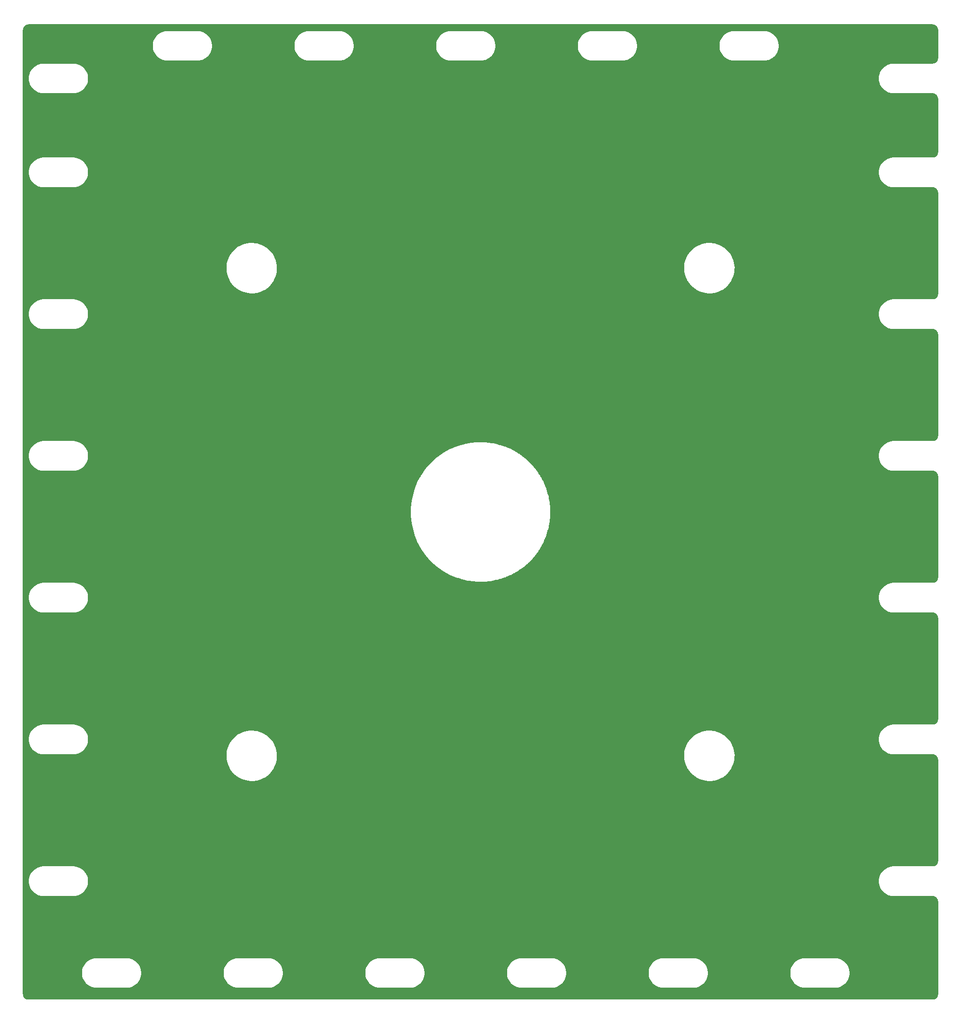
<source format=gbr>
%TF.GenerationSoftware,KiCad,Pcbnew,7.0.9*%
%TF.CreationDate,2024-08-20T19:02:26-06:00*%
%TF.ProjectId,bottom 40k layer,626f7474-6f6d-4203-9430-6b206c617965,rev?*%
%TF.SameCoordinates,Original*%
%TF.FileFunction,Copper,L1,Top*%
%TF.FilePolarity,Positive*%
%FSLAX46Y46*%
G04 Gerber Fmt 4.6, Leading zero omitted, Abs format (unit mm)*
G04 Created by KiCad (PCBNEW 7.0.9) date 2024-08-20 19:02:26*
%MOMM*%
%LPD*%
G01*
G04 APERTURE LIST*
G04 APERTURE END LIST*
%TA.AperFunction,NonConductor*%
G36*
X163102696Y999264D02*
G01*
X163104789Y999080D01*
X163145445Y995523D01*
X163271760Y983082D01*
X163291699Y979454D01*
X163358330Y961601D01*
X163451563Y933318D01*
X163467971Y927040D01*
X163535367Y895614D01*
X163538393Y894101D01*
X163622327Y849236D01*
X163628667Y845341D01*
X163694828Y799015D01*
X163698600Y796154D01*
X163770808Y736895D01*
X163775320Y732806D01*
X163832806Y675320D01*
X163836895Y670808D01*
X163896154Y598600D01*
X163899015Y594828D01*
X163945341Y528667D01*
X163949236Y522327D01*
X163994101Y438393D01*
X163995614Y435367D01*
X164027040Y367971D01*
X164033318Y351563D01*
X164061601Y258330D01*
X164079454Y191699D01*
X164083082Y171760D01*
X164095523Y45445D01*
X164099264Y2698D01*
X164099500Y-2710D01*
X164099500Y-5034789D01*
X164099264Y-5040197D01*
X164095523Y-5082945D01*
X164083082Y-5209260D01*
X164079454Y-5229199D01*
X164061601Y-5295830D01*
X164033318Y-5389063D01*
X164027040Y-5405471D01*
X163995614Y-5472867D01*
X163994101Y-5475893D01*
X163949236Y-5559827D01*
X163945341Y-5566167D01*
X163899015Y-5632328D01*
X163896154Y-5636100D01*
X163836895Y-5708308D01*
X163832806Y-5712820D01*
X163775320Y-5770306D01*
X163770808Y-5774395D01*
X163698600Y-5833654D01*
X163694828Y-5836515D01*
X163628667Y-5882841D01*
X163622327Y-5886736D01*
X163538393Y-5931601D01*
X163535367Y-5933114D01*
X163467971Y-5964540D01*
X163451563Y-5970818D01*
X163358330Y-5999101D01*
X163291699Y-6016954D01*
X163271760Y-6020582D01*
X163145445Y-6033023D01*
X163104789Y-6036580D01*
X163102696Y-6036764D01*
X163097290Y-6037000D01*
X156125500Y-6037000D01*
X156125000Y-6037000D01*
X155970626Y-6037000D01*
X155702297Y-6068362D01*
X155663964Y-6072843D01*
X155663949Y-6072845D01*
X155363549Y-6144043D01*
X155363527Y-6144050D01*
X155073409Y-6249644D01*
X155073403Y-6249647D01*
X154797500Y-6388210D01*
X154539554Y-6557864D01*
X154539546Y-6557870D01*
X154303042Y-6756321D01*
X154303032Y-6756331D01*
X154091159Y-6980901D01*
X154091154Y-6980907D01*
X153906787Y-7228556D01*
X153752414Y-7495938D01*
X153752408Y-7495950D01*
X153630123Y-7779439D01*
X153541573Y-8075220D01*
X153541570Y-8075231D01*
X153487961Y-8379265D01*
X153487960Y-8379273D01*
X153470008Y-8687496D01*
X153470008Y-8687503D01*
X153487960Y-8995726D01*
X153487961Y-8995734D01*
X153541570Y-9299768D01*
X153541573Y-9299779D01*
X153630123Y-9595560D01*
X153752408Y-9879049D01*
X153752414Y-9879061D01*
X153906787Y-10146443D01*
X154091154Y-10394092D01*
X154091159Y-10394098D01*
X154196448Y-10505697D01*
X154303034Y-10618671D01*
X154303040Y-10618676D01*
X154303042Y-10618678D01*
X154539546Y-10817129D01*
X154539554Y-10817135D01*
X154797500Y-10986789D01*
X154797504Y-10986791D01*
X155073411Y-11125356D01*
X155363540Y-11230954D01*
X155406754Y-11241196D01*
X155663949Y-11302154D01*
X155663956Y-11302155D01*
X155663965Y-11302157D01*
X155970626Y-11338000D01*
X156124901Y-11338000D01*
X163097293Y-11338000D01*
X163102695Y-11338235D01*
X163145519Y-11341982D01*
X163271771Y-11354418D01*
X163291685Y-11358041D01*
X163358349Y-11375903D01*
X163451570Y-11404182D01*
X163467971Y-11410458D01*
X163535411Y-11441906D01*
X163538375Y-11443388D01*
X163575969Y-11463482D01*
X163622327Y-11488262D01*
X163628667Y-11492157D01*
X163694828Y-11538483D01*
X163698600Y-11541344D01*
X163770808Y-11600603D01*
X163775309Y-11604682D01*
X163832815Y-11662188D01*
X163836895Y-11666690D01*
X163896154Y-11738898D01*
X163899015Y-11742670D01*
X163945341Y-11808831D01*
X163949236Y-11815171D01*
X163994101Y-11899105D01*
X163995614Y-11902131D01*
X164027040Y-11969527D01*
X164033319Y-11985935D01*
X164061601Y-12079169D01*
X164079454Y-12145799D01*
X164083082Y-12165738D01*
X164095523Y-12292054D01*
X164099264Y-12334802D01*
X164099500Y-12340210D01*
X164099500Y-21867289D01*
X164099264Y-21872697D01*
X164095523Y-21915445D01*
X164083082Y-22041760D01*
X164079454Y-22061699D01*
X164061601Y-22128330D01*
X164033318Y-22221563D01*
X164027040Y-22237971D01*
X163995614Y-22305367D01*
X163994101Y-22308393D01*
X163949236Y-22392327D01*
X163945341Y-22398667D01*
X163899015Y-22464828D01*
X163896154Y-22468600D01*
X163836895Y-22540808D01*
X163832806Y-22545320D01*
X163775320Y-22602806D01*
X163770808Y-22606895D01*
X163698600Y-22666154D01*
X163694828Y-22669015D01*
X163628667Y-22715341D01*
X163622327Y-22719236D01*
X163538393Y-22764101D01*
X163535367Y-22765614D01*
X163467971Y-22797040D01*
X163451563Y-22803318D01*
X163358330Y-22831601D01*
X163291699Y-22849454D01*
X163271760Y-22853082D01*
X163145445Y-22865523D01*
X163104789Y-22869080D01*
X163102696Y-22869264D01*
X163097290Y-22869500D01*
X156125500Y-22869500D01*
X156125000Y-22869500D01*
X155970626Y-22869500D01*
X155702297Y-22900862D01*
X155663964Y-22905343D01*
X155663949Y-22905345D01*
X155363549Y-22976543D01*
X155363527Y-22976550D01*
X155073409Y-23082144D01*
X155073403Y-23082147D01*
X154797500Y-23220710D01*
X154539554Y-23390364D01*
X154539546Y-23390370D01*
X154303042Y-23588821D01*
X154303032Y-23588831D01*
X154091159Y-23813401D01*
X154091154Y-23813407D01*
X153906787Y-24061056D01*
X153752414Y-24328438D01*
X153752408Y-24328450D01*
X153630123Y-24611939D01*
X153541573Y-24907720D01*
X153541570Y-24907731D01*
X153487961Y-25211765D01*
X153487960Y-25211773D01*
X153470008Y-25519996D01*
X153470008Y-25520003D01*
X153487960Y-25828226D01*
X153487961Y-25828234D01*
X153541570Y-26132268D01*
X153541573Y-26132279D01*
X153630123Y-26428060D01*
X153752408Y-26711549D01*
X153752414Y-26711561D01*
X153906787Y-26978943D01*
X154091154Y-27226592D01*
X154091159Y-27226598D01*
X154196448Y-27338197D01*
X154303034Y-27451171D01*
X154303040Y-27451176D01*
X154303042Y-27451178D01*
X154539546Y-27649629D01*
X154539554Y-27649635D01*
X154797500Y-27819289D01*
X154797504Y-27819291D01*
X155073411Y-27957856D01*
X155363540Y-28063454D01*
X155406754Y-28073696D01*
X155663949Y-28134654D01*
X155663956Y-28134655D01*
X155663965Y-28134657D01*
X155970626Y-28170500D01*
X156124901Y-28170500D01*
X163097293Y-28170500D01*
X163102695Y-28170735D01*
X163145519Y-28174482D01*
X163271771Y-28186918D01*
X163291685Y-28190541D01*
X163358349Y-28208403D01*
X163451570Y-28236682D01*
X163467971Y-28242958D01*
X163535411Y-28274406D01*
X163538375Y-28275888D01*
X163575969Y-28295982D01*
X163622327Y-28320762D01*
X163628667Y-28324657D01*
X163694828Y-28370983D01*
X163698600Y-28373844D01*
X163770808Y-28433103D01*
X163775309Y-28437182D01*
X163832815Y-28494688D01*
X163836895Y-28499190D01*
X163896154Y-28571398D01*
X163899015Y-28575170D01*
X163945341Y-28641331D01*
X163949236Y-28647671D01*
X163994101Y-28731605D01*
X163995614Y-28734631D01*
X164027040Y-28802027D01*
X164033319Y-28818435D01*
X164061601Y-28911669D01*
X164079454Y-28978299D01*
X164083082Y-28998238D01*
X164095523Y-29124554D01*
X164099264Y-29167302D01*
X164099500Y-29172710D01*
X164099500Y-47267289D01*
X164099264Y-47272697D01*
X164095523Y-47315445D01*
X164083082Y-47441760D01*
X164079454Y-47461699D01*
X164061601Y-47528330D01*
X164033318Y-47621563D01*
X164027040Y-47637971D01*
X163995614Y-47705367D01*
X163994101Y-47708393D01*
X163949236Y-47792327D01*
X163945341Y-47798667D01*
X163899015Y-47864828D01*
X163896154Y-47868600D01*
X163836895Y-47940808D01*
X163832806Y-47945320D01*
X163775320Y-48002806D01*
X163770808Y-48006895D01*
X163698600Y-48066154D01*
X163694828Y-48069015D01*
X163628667Y-48115341D01*
X163622327Y-48119236D01*
X163538393Y-48164101D01*
X163535367Y-48165614D01*
X163467971Y-48197040D01*
X163451563Y-48203318D01*
X163358330Y-48231601D01*
X163291699Y-48249454D01*
X163271760Y-48253082D01*
X163145445Y-48265523D01*
X163104789Y-48269080D01*
X163102696Y-48269264D01*
X163097290Y-48269500D01*
X156125500Y-48269500D01*
X156125000Y-48269500D01*
X155970626Y-48269500D01*
X155702297Y-48300862D01*
X155663964Y-48305343D01*
X155663949Y-48305345D01*
X155363549Y-48376543D01*
X155363527Y-48376550D01*
X155073409Y-48482144D01*
X155073403Y-48482147D01*
X154797500Y-48620710D01*
X154539554Y-48790364D01*
X154539546Y-48790370D01*
X154303042Y-48988821D01*
X154303032Y-48988831D01*
X154091159Y-49213401D01*
X154091154Y-49213407D01*
X153906787Y-49461056D01*
X153752414Y-49728438D01*
X153752408Y-49728450D01*
X153630123Y-50011939D01*
X153541573Y-50307720D01*
X153541570Y-50307731D01*
X153487961Y-50611765D01*
X153487960Y-50611773D01*
X153470008Y-50919996D01*
X153470008Y-50920003D01*
X153487960Y-51228226D01*
X153487961Y-51228234D01*
X153541570Y-51532268D01*
X153541573Y-51532279D01*
X153630123Y-51828060D01*
X153752408Y-52111549D01*
X153752414Y-52111561D01*
X153906787Y-52378943D01*
X154091154Y-52626592D01*
X154091159Y-52626598D01*
X154196448Y-52738197D01*
X154303034Y-52851171D01*
X154303040Y-52851176D01*
X154303042Y-52851178D01*
X154539546Y-53049629D01*
X154539554Y-53049635D01*
X154797500Y-53219289D01*
X154797504Y-53219291D01*
X155073411Y-53357856D01*
X155363540Y-53463454D01*
X155406754Y-53473696D01*
X155663949Y-53534654D01*
X155663956Y-53534655D01*
X155663965Y-53534657D01*
X155970626Y-53570500D01*
X156124901Y-53570500D01*
X163097293Y-53570500D01*
X163102695Y-53570735D01*
X163145519Y-53574482D01*
X163271771Y-53586918D01*
X163291685Y-53590541D01*
X163358349Y-53608403D01*
X163451570Y-53636682D01*
X163467971Y-53642958D01*
X163535411Y-53674406D01*
X163538375Y-53675888D01*
X163575969Y-53695982D01*
X163622327Y-53720762D01*
X163628667Y-53724657D01*
X163694828Y-53770983D01*
X163698600Y-53773844D01*
X163770808Y-53833103D01*
X163775309Y-53837182D01*
X163832815Y-53894688D01*
X163836895Y-53899190D01*
X163896154Y-53971398D01*
X163899015Y-53975170D01*
X163945341Y-54041331D01*
X163949236Y-54047671D01*
X163994101Y-54131605D01*
X163995614Y-54134631D01*
X164027040Y-54202027D01*
X164033319Y-54218435D01*
X164061601Y-54311669D01*
X164079454Y-54378299D01*
X164083082Y-54398238D01*
X164095523Y-54524554D01*
X164099264Y-54567302D01*
X164099500Y-54572710D01*
X164099500Y-72667289D01*
X164099264Y-72672697D01*
X164095523Y-72715445D01*
X164083082Y-72841760D01*
X164079454Y-72861699D01*
X164061601Y-72928330D01*
X164033318Y-73021563D01*
X164027040Y-73037971D01*
X163995614Y-73105367D01*
X163994101Y-73108393D01*
X163949236Y-73192327D01*
X163945341Y-73198667D01*
X163899015Y-73264828D01*
X163896154Y-73268600D01*
X163836895Y-73340808D01*
X163832806Y-73345320D01*
X163775320Y-73402806D01*
X163770808Y-73406895D01*
X163698600Y-73466154D01*
X163694828Y-73469015D01*
X163628667Y-73515341D01*
X163622327Y-73519236D01*
X163538393Y-73564101D01*
X163535367Y-73565614D01*
X163467971Y-73597040D01*
X163451563Y-73603318D01*
X163358330Y-73631601D01*
X163291699Y-73649454D01*
X163271760Y-73653082D01*
X163145445Y-73665523D01*
X163104789Y-73669080D01*
X163102696Y-73669264D01*
X163097290Y-73669500D01*
X156125500Y-73669500D01*
X156125000Y-73669500D01*
X155970626Y-73669500D01*
X155702297Y-73700862D01*
X155663964Y-73705343D01*
X155663949Y-73705345D01*
X155363549Y-73776543D01*
X155363527Y-73776550D01*
X155073409Y-73882144D01*
X155073403Y-73882147D01*
X154797500Y-74020710D01*
X154539554Y-74190364D01*
X154539546Y-74190370D01*
X154303042Y-74388821D01*
X154303032Y-74388831D01*
X154091159Y-74613401D01*
X154091154Y-74613407D01*
X153906787Y-74861056D01*
X153752414Y-75128438D01*
X153752408Y-75128450D01*
X153630123Y-75411939D01*
X153541573Y-75707720D01*
X153541570Y-75707731D01*
X153487961Y-76011765D01*
X153487960Y-76011773D01*
X153470008Y-76319996D01*
X153470008Y-76320003D01*
X153487960Y-76628226D01*
X153487961Y-76628234D01*
X153541570Y-76932268D01*
X153541573Y-76932279D01*
X153630123Y-77228060D01*
X153752408Y-77511549D01*
X153752414Y-77511561D01*
X153906787Y-77778943D01*
X154091154Y-78026592D01*
X154091159Y-78026598D01*
X154196448Y-78138197D01*
X154303034Y-78251171D01*
X154303040Y-78251176D01*
X154303042Y-78251178D01*
X154539546Y-78449629D01*
X154539554Y-78449635D01*
X154797500Y-78619289D01*
X154797504Y-78619291D01*
X155073411Y-78757856D01*
X155363540Y-78863454D01*
X155406754Y-78873696D01*
X155663949Y-78934654D01*
X155663956Y-78934655D01*
X155663965Y-78934657D01*
X155970626Y-78970500D01*
X156124901Y-78970500D01*
X163097293Y-78970500D01*
X163102695Y-78970735D01*
X163145519Y-78974482D01*
X163271771Y-78986918D01*
X163291685Y-78990541D01*
X163358349Y-79008403D01*
X163451570Y-79036682D01*
X163467971Y-79042958D01*
X163535411Y-79074406D01*
X163538375Y-79075888D01*
X163575969Y-79095982D01*
X163622327Y-79120762D01*
X163628667Y-79124657D01*
X163694828Y-79170983D01*
X163698600Y-79173844D01*
X163770808Y-79233103D01*
X163775309Y-79237182D01*
X163832815Y-79294688D01*
X163836895Y-79299190D01*
X163896154Y-79371398D01*
X163899015Y-79375170D01*
X163945341Y-79441331D01*
X163949236Y-79447671D01*
X163994101Y-79531605D01*
X163995614Y-79534631D01*
X164027040Y-79602027D01*
X164033319Y-79618435D01*
X164061601Y-79711669D01*
X164079454Y-79778299D01*
X164083082Y-79798238D01*
X164095523Y-79924554D01*
X164099264Y-79967302D01*
X164099500Y-79972710D01*
X164099500Y-98067289D01*
X164099264Y-98072697D01*
X164095523Y-98115445D01*
X164083082Y-98241760D01*
X164079454Y-98261699D01*
X164061601Y-98328330D01*
X164033318Y-98421563D01*
X164027040Y-98437971D01*
X163995614Y-98505367D01*
X163994101Y-98508393D01*
X163949236Y-98592327D01*
X163945341Y-98598667D01*
X163899015Y-98664828D01*
X163896154Y-98668600D01*
X163836895Y-98740808D01*
X163832806Y-98745320D01*
X163775320Y-98802806D01*
X163770808Y-98806895D01*
X163698600Y-98866154D01*
X163694828Y-98869015D01*
X163628667Y-98915341D01*
X163622327Y-98919236D01*
X163538393Y-98964101D01*
X163535367Y-98965614D01*
X163467971Y-98997040D01*
X163451563Y-99003318D01*
X163358330Y-99031601D01*
X163291699Y-99049454D01*
X163271760Y-99053082D01*
X163145445Y-99065523D01*
X163104789Y-99069080D01*
X163102696Y-99069264D01*
X163097290Y-99069500D01*
X156125500Y-99069500D01*
X156125000Y-99069500D01*
X155970626Y-99069500D01*
X155702297Y-99100862D01*
X155663964Y-99105343D01*
X155663949Y-99105345D01*
X155363549Y-99176543D01*
X155363527Y-99176550D01*
X155073409Y-99282144D01*
X155073403Y-99282147D01*
X154797500Y-99420710D01*
X154539554Y-99590364D01*
X154539546Y-99590370D01*
X154303042Y-99788821D01*
X154303032Y-99788831D01*
X154091159Y-100013401D01*
X154091154Y-100013407D01*
X153906787Y-100261056D01*
X153752414Y-100528438D01*
X153752408Y-100528450D01*
X153630123Y-100811939D01*
X153541573Y-101107720D01*
X153541570Y-101107731D01*
X153487961Y-101411765D01*
X153487960Y-101411773D01*
X153470008Y-101719996D01*
X153470008Y-101720003D01*
X153487960Y-102028226D01*
X153487961Y-102028234D01*
X153541570Y-102332268D01*
X153541573Y-102332279D01*
X153630123Y-102628060D01*
X153752408Y-102911549D01*
X153752414Y-102911561D01*
X153906787Y-103178943D01*
X154091154Y-103426592D01*
X154091159Y-103426598D01*
X154196448Y-103538197D01*
X154303034Y-103651171D01*
X154303040Y-103651176D01*
X154303042Y-103651178D01*
X154539546Y-103849629D01*
X154539554Y-103849635D01*
X154797500Y-104019289D01*
X154797504Y-104019291D01*
X155073411Y-104157856D01*
X155363540Y-104263454D01*
X155406754Y-104273696D01*
X155663949Y-104334654D01*
X155663956Y-104334655D01*
X155663965Y-104334657D01*
X155970626Y-104370500D01*
X156124901Y-104370500D01*
X163097293Y-104370500D01*
X163102695Y-104370735D01*
X163145519Y-104374482D01*
X163271771Y-104386918D01*
X163291685Y-104390541D01*
X163358349Y-104408403D01*
X163451570Y-104436682D01*
X163467971Y-104442958D01*
X163535411Y-104474406D01*
X163538375Y-104475888D01*
X163575969Y-104495982D01*
X163622327Y-104520762D01*
X163628667Y-104524657D01*
X163694828Y-104570983D01*
X163698600Y-104573844D01*
X163770808Y-104633103D01*
X163775309Y-104637182D01*
X163832815Y-104694688D01*
X163836895Y-104699190D01*
X163896154Y-104771398D01*
X163899015Y-104775170D01*
X163945341Y-104841331D01*
X163949236Y-104847671D01*
X163994101Y-104931605D01*
X163995614Y-104934631D01*
X164027040Y-105002027D01*
X164033319Y-105018435D01*
X164061601Y-105111669D01*
X164079454Y-105178299D01*
X164083082Y-105198238D01*
X164095523Y-105324554D01*
X164099264Y-105367302D01*
X164099500Y-105372710D01*
X164099500Y-123467289D01*
X164099264Y-123472697D01*
X164095523Y-123515445D01*
X164083082Y-123641760D01*
X164079454Y-123661699D01*
X164061601Y-123728330D01*
X164033318Y-123821563D01*
X164027040Y-123837971D01*
X163995614Y-123905367D01*
X163994101Y-123908393D01*
X163949236Y-123992327D01*
X163945341Y-123998667D01*
X163899015Y-124064828D01*
X163896154Y-124068600D01*
X163836895Y-124140808D01*
X163832806Y-124145320D01*
X163775320Y-124202806D01*
X163770808Y-124206895D01*
X163698600Y-124266154D01*
X163694828Y-124269015D01*
X163628667Y-124315341D01*
X163622327Y-124319236D01*
X163538393Y-124364101D01*
X163535367Y-124365614D01*
X163467971Y-124397040D01*
X163451563Y-124403318D01*
X163358330Y-124431601D01*
X163291699Y-124449454D01*
X163271760Y-124453082D01*
X163145445Y-124465523D01*
X163104789Y-124469080D01*
X163102696Y-124469264D01*
X163097290Y-124469500D01*
X156125500Y-124469500D01*
X156125000Y-124469500D01*
X155970626Y-124469500D01*
X155702297Y-124500862D01*
X155663964Y-124505343D01*
X155663949Y-124505345D01*
X155363549Y-124576543D01*
X155363527Y-124576550D01*
X155073409Y-124682144D01*
X155073403Y-124682147D01*
X154797500Y-124820710D01*
X154539554Y-124990364D01*
X154539546Y-124990370D01*
X154303042Y-125188821D01*
X154303032Y-125188831D01*
X154091159Y-125413401D01*
X154091154Y-125413407D01*
X153906787Y-125661056D01*
X153752414Y-125928438D01*
X153752408Y-125928450D01*
X153630123Y-126211939D01*
X153541573Y-126507720D01*
X153541570Y-126507731D01*
X153487961Y-126811765D01*
X153487960Y-126811773D01*
X153470008Y-127119996D01*
X153470008Y-127120003D01*
X153487960Y-127428226D01*
X153487961Y-127428234D01*
X153541570Y-127732268D01*
X153541573Y-127732279D01*
X153541574Y-127732283D01*
X153542552Y-127735550D01*
X153630123Y-128028060D01*
X153752408Y-128311549D01*
X153752414Y-128311561D01*
X153906787Y-128578943D01*
X154091154Y-128826592D01*
X154091159Y-128826598D01*
X154164951Y-128904812D01*
X154303034Y-129051171D01*
X154303040Y-129051176D01*
X154303042Y-129051178D01*
X154539546Y-129249629D01*
X154539554Y-129249635D01*
X154797500Y-129419289D01*
X154797504Y-129419291D01*
X155073411Y-129557856D01*
X155363540Y-129663454D01*
X155406754Y-129673696D01*
X155663949Y-129734654D01*
X155663956Y-129734655D01*
X155663965Y-129734657D01*
X155970626Y-129770500D01*
X156124901Y-129770500D01*
X163097293Y-129770500D01*
X163102695Y-129770735D01*
X163145519Y-129774482D01*
X163271771Y-129786918D01*
X163291685Y-129790541D01*
X163358349Y-129808403D01*
X163451570Y-129836682D01*
X163467971Y-129842958D01*
X163535411Y-129874406D01*
X163538375Y-129875888D01*
X163575969Y-129895982D01*
X163622327Y-129920762D01*
X163628667Y-129924657D01*
X163694828Y-129970983D01*
X163698600Y-129973844D01*
X163770808Y-130033103D01*
X163775309Y-130037182D01*
X163832815Y-130094688D01*
X163836895Y-130099190D01*
X163896154Y-130171398D01*
X163899015Y-130175170D01*
X163945341Y-130241331D01*
X163949236Y-130247671D01*
X163994101Y-130331605D01*
X163995614Y-130334631D01*
X164027040Y-130402027D01*
X164033319Y-130418435D01*
X164061601Y-130511669D01*
X164079454Y-130578299D01*
X164083082Y-130598238D01*
X164095523Y-130724554D01*
X164099264Y-130767302D01*
X164099500Y-130772710D01*
X164099500Y-148867289D01*
X164099264Y-148872697D01*
X164095523Y-148915445D01*
X164083082Y-149041760D01*
X164079454Y-149061699D01*
X164061601Y-149128330D01*
X164033318Y-149221563D01*
X164027040Y-149237971D01*
X163995614Y-149305367D01*
X163994101Y-149308393D01*
X163949236Y-149392327D01*
X163945341Y-149398667D01*
X163899015Y-149464828D01*
X163896154Y-149468600D01*
X163836895Y-149540808D01*
X163832806Y-149545320D01*
X163775320Y-149602806D01*
X163770808Y-149606895D01*
X163698600Y-149666154D01*
X163694828Y-149669015D01*
X163628667Y-149715341D01*
X163622327Y-149719236D01*
X163538393Y-149764101D01*
X163535367Y-149765614D01*
X163467971Y-149797040D01*
X163451563Y-149803318D01*
X163358330Y-149831601D01*
X163291699Y-149849454D01*
X163271760Y-149853082D01*
X163145445Y-149865523D01*
X163104789Y-149869080D01*
X163102696Y-149869264D01*
X163097290Y-149869500D01*
X156125500Y-149869500D01*
X156125000Y-149869500D01*
X155970626Y-149869500D01*
X155702297Y-149900862D01*
X155663964Y-149905343D01*
X155663949Y-149905345D01*
X155363549Y-149976543D01*
X155363527Y-149976550D01*
X155073409Y-150082144D01*
X155073403Y-150082147D01*
X154797500Y-150220710D01*
X154539554Y-150390364D01*
X154539546Y-150390370D01*
X154303042Y-150588821D01*
X154303032Y-150588831D01*
X154091159Y-150813401D01*
X154091154Y-150813407D01*
X153906787Y-151061056D01*
X153752414Y-151328438D01*
X153752408Y-151328450D01*
X153630123Y-151611939D01*
X153541573Y-151907720D01*
X153541570Y-151907731D01*
X153487961Y-152211765D01*
X153487960Y-152211773D01*
X153470008Y-152519996D01*
X153470008Y-152520003D01*
X153487960Y-152828226D01*
X153487961Y-152828234D01*
X153541570Y-153132268D01*
X153541573Y-153132279D01*
X153630123Y-153428060D01*
X153752408Y-153711549D01*
X153752414Y-153711561D01*
X153906787Y-153978943D01*
X154091154Y-154226592D01*
X154091159Y-154226598D01*
X154196448Y-154338197D01*
X154303034Y-154451171D01*
X154303040Y-154451176D01*
X154303042Y-154451178D01*
X154539546Y-154649629D01*
X154539554Y-154649635D01*
X154797500Y-154819289D01*
X154797504Y-154819291D01*
X155073411Y-154957856D01*
X155363540Y-155063454D01*
X155406754Y-155073696D01*
X155663949Y-155134654D01*
X155663956Y-155134655D01*
X155663965Y-155134657D01*
X155970626Y-155170500D01*
X156124901Y-155170500D01*
X163097293Y-155170500D01*
X163102695Y-155170735D01*
X163145519Y-155174482D01*
X163271771Y-155186918D01*
X163291685Y-155190541D01*
X163358349Y-155208403D01*
X163451570Y-155236682D01*
X163467971Y-155242958D01*
X163535411Y-155274406D01*
X163538375Y-155275888D01*
X163575969Y-155295982D01*
X163622327Y-155320762D01*
X163628667Y-155324657D01*
X163694828Y-155370983D01*
X163698600Y-155373844D01*
X163770808Y-155433103D01*
X163775309Y-155437182D01*
X163832815Y-155494688D01*
X163836895Y-155499190D01*
X163896154Y-155571398D01*
X163899015Y-155575170D01*
X163945341Y-155641331D01*
X163949236Y-155647671D01*
X163994101Y-155731605D01*
X163995614Y-155734631D01*
X164027040Y-155802027D01*
X164033319Y-155818435D01*
X164061601Y-155911669D01*
X164079454Y-155978299D01*
X164083082Y-155998238D01*
X164095523Y-156124554D01*
X164099264Y-156167302D01*
X164099500Y-156172710D01*
X164099500Y-172742289D01*
X164099264Y-172747697D01*
X164095523Y-172790445D01*
X164083082Y-172916760D01*
X164079454Y-172936699D01*
X164061601Y-173003330D01*
X164033318Y-173096563D01*
X164027040Y-173112971D01*
X163995614Y-173180367D01*
X163994101Y-173183393D01*
X163949236Y-173267327D01*
X163945341Y-173273667D01*
X163899015Y-173339828D01*
X163896154Y-173343600D01*
X163836895Y-173415808D01*
X163832806Y-173420320D01*
X163775320Y-173477806D01*
X163770808Y-173481895D01*
X163698600Y-173541154D01*
X163694828Y-173544015D01*
X163628667Y-173590341D01*
X163622327Y-173594236D01*
X163538393Y-173639101D01*
X163535367Y-173640614D01*
X163467971Y-173672040D01*
X163451563Y-173678318D01*
X163358330Y-173706601D01*
X163291699Y-173724454D01*
X163271760Y-173728082D01*
X163145445Y-173740523D01*
X163104789Y-173744080D01*
X163102696Y-173744264D01*
X163097290Y-173744500D01*
X1002710Y-173744500D01*
X997303Y-173744264D01*
X995015Y-173744063D01*
X954554Y-173740523D01*
X828238Y-173728082D01*
X808299Y-173724454D01*
X741669Y-173706601D01*
X648435Y-173678319D01*
X632027Y-173672040D01*
X583433Y-173649381D01*
X564618Y-173640607D01*
X561605Y-173639101D01*
X477671Y-173594236D01*
X471331Y-173590341D01*
X405170Y-173544015D01*
X401398Y-173541154D01*
X329190Y-173481895D01*
X324688Y-173477815D01*
X267182Y-173420309D01*
X263103Y-173415808D01*
X203844Y-173343600D01*
X200983Y-173339828D01*
X154657Y-173273667D01*
X150762Y-173267327D01*
X125982Y-173220969D01*
X105888Y-173183375D01*
X104406Y-173180411D01*
X72958Y-173112971D01*
X66682Y-173096570D01*
X38398Y-173003330D01*
X20541Y-172936685D01*
X16918Y-172916771D01*
X4482Y-172790519D01*
X735Y-172747695D01*
X500Y-172742293D01*
X500Y-168982503D01*
X10595008Y-168982503D01*
X10612960Y-169290726D01*
X10612961Y-169290734D01*
X10666570Y-169594768D01*
X10666573Y-169594779D01*
X10755123Y-169890560D01*
X10877408Y-170174049D01*
X10877414Y-170174061D01*
X11031787Y-170441443D01*
X11216154Y-170689092D01*
X11216159Y-170689098D01*
X11321448Y-170800697D01*
X11428034Y-170913671D01*
X11428040Y-170913676D01*
X11428042Y-170913678D01*
X11664546Y-171112129D01*
X11664554Y-171112135D01*
X11922500Y-171281789D01*
X11922504Y-171281791D01*
X12198411Y-171420356D01*
X12488540Y-171525954D01*
X12531754Y-171536196D01*
X12788949Y-171597154D01*
X12788956Y-171597155D01*
X12788965Y-171597157D01*
X13095626Y-171633000D01*
X13095633Y-171633000D01*
X18704367Y-171633000D01*
X18704374Y-171633000D01*
X19011035Y-171597157D01*
X19011044Y-171597154D01*
X19011050Y-171597154D01*
X19191290Y-171554435D01*
X19311460Y-171525954D01*
X19601589Y-171420356D01*
X19877496Y-171281791D01*
X20135451Y-171112131D01*
X20371966Y-170913671D01*
X20583842Y-170689096D01*
X20768213Y-170441442D01*
X20922588Y-170174058D01*
X21044876Y-169890561D01*
X21133426Y-169594783D01*
X21187040Y-169290726D01*
X21204992Y-168982503D01*
X35995008Y-168982503D01*
X36012960Y-169290726D01*
X36012961Y-169290734D01*
X36066570Y-169594768D01*
X36066573Y-169594779D01*
X36155123Y-169890560D01*
X36277408Y-170174049D01*
X36277414Y-170174061D01*
X36431787Y-170441443D01*
X36616154Y-170689092D01*
X36616159Y-170689098D01*
X36721448Y-170800697D01*
X36828034Y-170913671D01*
X36828040Y-170913676D01*
X36828042Y-170913678D01*
X37064546Y-171112129D01*
X37064554Y-171112135D01*
X37322500Y-171281789D01*
X37322504Y-171281791D01*
X37598411Y-171420356D01*
X37888540Y-171525954D01*
X37931754Y-171536196D01*
X38188949Y-171597154D01*
X38188956Y-171597155D01*
X38188965Y-171597157D01*
X38495626Y-171633000D01*
X38495633Y-171633000D01*
X44104367Y-171633000D01*
X44104374Y-171633000D01*
X44411035Y-171597157D01*
X44411044Y-171597154D01*
X44411050Y-171597154D01*
X44591290Y-171554435D01*
X44711460Y-171525954D01*
X45001589Y-171420356D01*
X45277496Y-171281791D01*
X45535451Y-171112131D01*
X45771966Y-170913671D01*
X45983842Y-170689096D01*
X46168213Y-170441442D01*
X46322588Y-170174058D01*
X46444876Y-169890561D01*
X46533426Y-169594783D01*
X46587040Y-169290726D01*
X46604992Y-168982503D01*
X61395008Y-168982503D01*
X61412960Y-169290726D01*
X61412961Y-169290734D01*
X61466570Y-169594768D01*
X61466573Y-169594779D01*
X61555123Y-169890560D01*
X61677408Y-170174049D01*
X61677414Y-170174061D01*
X61831787Y-170441443D01*
X62016154Y-170689092D01*
X62016159Y-170689098D01*
X62121448Y-170800697D01*
X62228034Y-170913671D01*
X62228040Y-170913676D01*
X62228042Y-170913678D01*
X62464546Y-171112129D01*
X62464554Y-171112135D01*
X62722500Y-171281789D01*
X62722504Y-171281791D01*
X62998411Y-171420356D01*
X63288540Y-171525954D01*
X63331754Y-171536196D01*
X63588949Y-171597154D01*
X63588956Y-171597155D01*
X63588965Y-171597157D01*
X63895626Y-171633000D01*
X63895633Y-171633000D01*
X69504367Y-171633000D01*
X69504374Y-171633000D01*
X69811035Y-171597157D01*
X69811044Y-171597154D01*
X69811050Y-171597154D01*
X69991290Y-171554435D01*
X70111460Y-171525954D01*
X70401589Y-171420356D01*
X70677496Y-171281791D01*
X70935451Y-171112131D01*
X71171966Y-170913671D01*
X71383842Y-170689096D01*
X71568213Y-170441442D01*
X71722588Y-170174058D01*
X71844876Y-169890561D01*
X71933426Y-169594783D01*
X71987040Y-169290726D01*
X72004992Y-168982503D01*
X86795008Y-168982503D01*
X86812960Y-169290726D01*
X86812961Y-169290734D01*
X86866570Y-169594768D01*
X86866573Y-169594779D01*
X86955123Y-169890560D01*
X87077408Y-170174049D01*
X87077414Y-170174061D01*
X87231787Y-170441443D01*
X87416154Y-170689092D01*
X87416159Y-170689098D01*
X87521448Y-170800697D01*
X87628034Y-170913671D01*
X87628040Y-170913676D01*
X87628042Y-170913678D01*
X87864546Y-171112129D01*
X87864554Y-171112135D01*
X88122500Y-171281789D01*
X88122504Y-171281791D01*
X88398411Y-171420356D01*
X88688540Y-171525954D01*
X88731754Y-171536196D01*
X88988949Y-171597154D01*
X88988956Y-171597155D01*
X88988965Y-171597157D01*
X89295626Y-171633000D01*
X89295633Y-171633000D01*
X94904367Y-171633000D01*
X94904374Y-171633000D01*
X95211035Y-171597157D01*
X95211044Y-171597154D01*
X95211050Y-171597154D01*
X95391290Y-171554435D01*
X95511460Y-171525954D01*
X95801589Y-171420356D01*
X96077496Y-171281791D01*
X96335451Y-171112131D01*
X96571966Y-170913671D01*
X96783842Y-170689096D01*
X96968213Y-170441442D01*
X97122588Y-170174058D01*
X97244876Y-169890561D01*
X97333426Y-169594783D01*
X97387040Y-169290726D01*
X97404992Y-168982503D01*
X112195008Y-168982503D01*
X112212960Y-169290726D01*
X112212961Y-169290734D01*
X112266570Y-169594768D01*
X112266573Y-169594779D01*
X112355123Y-169890560D01*
X112477408Y-170174049D01*
X112477414Y-170174061D01*
X112631787Y-170441443D01*
X112816154Y-170689092D01*
X112816159Y-170689098D01*
X112921448Y-170800697D01*
X113028034Y-170913671D01*
X113028040Y-170913676D01*
X113028042Y-170913678D01*
X113264546Y-171112129D01*
X113264554Y-171112135D01*
X113522500Y-171281789D01*
X113522504Y-171281791D01*
X113798411Y-171420356D01*
X114088540Y-171525954D01*
X114131754Y-171536196D01*
X114388949Y-171597154D01*
X114388956Y-171597155D01*
X114388965Y-171597157D01*
X114695626Y-171633000D01*
X114695633Y-171633000D01*
X120304367Y-171633000D01*
X120304374Y-171633000D01*
X120611035Y-171597157D01*
X120611044Y-171597154D01*
X120611050Y-171597154D01*
X120791290Y-171554435D01*
X120911460Y-171525954D01*
X121201589Y-171420356D01*
X121477496Y-171281791D01*
X121735451Y-171112131D01*
X121971966Y-170913671D01*
X122183842Y-170689096D01*
X122368213Y-170441442D01*
X122522588Y-170174058D01*
X122644876Y-169890561D01*
X122733426Y-169594783D01*
X122787040Y-169290726D01*
X122804992Y-168982503D01*
X137595008Y-168982503D01*
X137612960Y-169290726D01*
X137612961Y-169290734D01*
X137666570Y-169594768D01*
X137666573Y-169594779D01*
X137755123Y-169890560D01*
X137877408Y-170174049D01*
X137877414Y-170174061D01*
X138031787Y-170441443D01*
X138216154Y-170689092D01*
X138216159Y-170689098D01*
X138321448Y-170800697D01*
X138428034Y-170913671D01*
X138428040Y-170913676D01*
X138428042Y-170913678D01*
X138664546Y-171112129D01*
X138664554Y-171112135D01*
X138922500Y-171281789D01*
X138922504Y-171281791D01*
X139198411Y-171420356D01*
X139488540Y-171525954D01*
X139531754Y-171536196D01*
X139788949Y-171597154D01*
X139788956Y-171597155D01*
X139788965Y-171597157D01*
X140095626Y-171633000D01*
X140095633Y-171633000D01*
X145704367Y-171633000D01*
X145704374Y-171633000D01*
X146011035Y-171597157D01*
X146011044Y-171597154D01*
X146011050Y-171597154D01*
X146191290Y-171554435D01*
X146311460Y-171525954D01*
X146601589Y-171420356D01*
X146877496Y-171281791D01*
X147135451Y-171112131D01*
X147371966Y-170913671D01*
X147583842Y-170689096D01*
X147768213Y-170441442D01*
X147922588Y-170174058D01*
X148044876Y-169890561D01*
X148133426Y-169594783D01*
X148187040Y-169290726D01*
X148204992Y-168982500D01*
X148187040Y-168674274D01*
X148160264Y-168522419D01*
X148133429Y-168370231D01*
X148133427Y-168370225D01*
X148133426Y-168370217D01*
X148044876Y-168074439D01*
X147922588Y-167790942D01*
X147768213Y-167523558D01*
X147768212Y-167523556D01*
X147583845Y-167275907D01*
X147583840Y-167275901D01*
X147478552Y-167164303D01*
X147371966Y-167051329D01*
X147371959Y-167051323D01*
X147371957Y-167051321D01*
X147135453Y-166852870D01*
X147135445Y-166852864D01*
X146877499Y-166683210D01*
X146601596Y-166544647D01*
X146601590Y-166544644D01*
X146311472Y-166439050D01*
X146311463Y-166439047D01*
X146311460Y-166439046D01*
X146311457Y-166439045D01*
X146311450Y-166439043D01*
X146011050Y-166367845D01*
X146011035Y-166367843D01*
X145704374Y-166332000D01*
X145550099Y-166332000D01*
X140250500Y-166332000D01*
X140250000Y-166332000D01*
X140095626Y-166332000D01*
X139827297Y-166363362D01*
X139788964Y-166367843D01*
X139788949Y-166367845D01*
X139488549Y-166439043D01*
X139488527Y-166439050D01*
X139198409Y-166544644D01*
X139198403Y-166544647D01*
X138922500Y-166683210D01*
X138664554Y-166852864D01*
X138664546Y-166852870D01*
X138428042Y-167051321D01*
X138428032Y-167051331D01*
X138216159Y-167275901D01*
X138216154Y-167275907D01*
X138031787Y-167523556D01*
X137877414Y-167790938D01*
X137877408Y-167790950D01*
X137755123Y-168074439D01*
X137666573Y-168370220D01*
X137666570Y-168370231D01*
X137612961Y-168674265D01*
X137612960Y-168674273D01*
X137595008Y-168982496D01*
X137595008Y-168982503D01*
X122804992Y-168982503D01*
X122804992Y-168982500D01*
X122787040Y-168674274D01*
X122760264Y-168522419D01*
X122733429Y-168370231D01*
X122733427Y-168370225D01*
X122733426Y-168370217D01*
X122644876Y-168074439D01*
X122522588Y-167790942D01*
X122368213Y-167523558D01*
X122368212Y-167523556D01*
X122183845Y-167275907D01*
X122183840Y-167275901D01*
X122078552Y-167164303D01*
X121971966Y-167051329D01*
X121971959Y-167051323D01*
X121971957Y-167051321D01*
X121735453Y-166852870D01*
X121735445Y-166852864D01*
X121477499Y-166683210D01*
X121201596Y-166544647D01*
X121201590Y-166544644D01*
X120911472Y-166439050D01*
X120911463Y-166439047D01*
X120911460Y-166439046D01*
X120911457Y-166439045D01*
X120911450Y-166439043D01*
X120611050Y-166367845D01*
X120611035Y-166367843D01*
X120304374Y-166332000D01*
X120150099Y-166332000D01*
X114850500Y-166332000D01*
X114850000Y-166332000D01*
X114695626Y-166332000D01*
X114427297Y-166363362D01*
X114388964Y-166367843D01*
X114388949Y-166367845D01*
X114088549Y-166439043D01*
X114088527Y-166439050D01*
X113798409Y-166544644D01*
X113798403Y-166544647D01*
X113522500Y-166683210D01*
X113264554Y-166852864D01*
X113264546Y-166852870D01*
X113028042Y-167051321D01*
X113028032Y-167051331D01*
X112816159Y-167275901D01*
X112816154Y-167275907D01*
X112631787Y-167523556D01*
X112477414Y-167790938D01*
X112477408Y-167790950D01*
X112355123Y-168074439D01*
X112266573Y-168370220D01*
X112266570Y-168370231D01*
X112212961Y-168674265D01*
X112212960Y-168674273D01*
X112195008Y-168982496D01*
X112195008Y-168982503D01*
X97404992Y-168982503D01*
X97404992Y-168982500D01*
X97387040Y-168674274D01*
X97360264Y-168522419D01*
X97333429Y-168370231D01*
X97333427Y-168370225D01*
X97333426Y-168370217D01*
X97244876Y-168074439D01*
X97122588Y-167790942D01*
X96968213Y-167523558D01*
X96968212Y-167523556D01*
X96783845Y-167275907D01*
X96783840Y-167275901D01*
X96678552Y-167164303D01*
X96571966Y-167051329D01*
X96571959Y-167051323D01*
X96571957Y-167051321D01*
X96335453Y-166852870D01*
X96335445Y-166852864D01*
X96077499Y-166683210D01*
X95801596Y-166544647D01*
X95801590Y-166544644D01*
X95511472Y-166439050D01*
X95511463Y-166439047D01*
X95511460Y-166439046D01*
X95511457Y-166439045D01*
X95511450Y-166439043D01*
X95211050Y-166367845D01*
X95211035Y-166367843D01*
X94904374Y-166332000D01*
X94750099Y-166332000D01*
X89450500Y-166332000D01*
X89450000Y-166332000D01*
X89295626Y-166332000D01*
X89027297Y-166363362D01*
X88988964Y-166367843D01*
X88988949Y-166367845D01*
X88688549Y-166439043D01*
X88688527Y-166439050D01*
X88398409Y-166544644D01*
X88398403Y-166544647D01*
X88122500Y-166683210D01*
X87864554Y-166852864D01*
X87864546Y-166852870D01*
X87628042Y-167051321D01*
X87628032Y-167051331D01*
X87416159Y-167275901D01*
X87416154Y-167275907D01*
X87231787Y-167523556D01*
X87077414Y-167790938D01*
X87077408Y-167790950D01*
X86955123Y-168074439D01*
X86866573Y-168370220D01*
X86866570Y-168370231D01*
X86812961Y-168674265D01*
X86812960Y-168674273D01*
X86795008Y-168982496D01*
X86795008Y-168982503D01*
X72004992Y-168982503D01*
X72004992Y-168982500D01*
X71987040Y-168674274D01*
X71960264Y-168522419D01*
X71933429Y-168370231D01*
X71933427Y-168370225D01*
X71933426Y-168370217D01*
X71844876Y-168074439D01*
X71722588Y-167790942D01*
X71568213Y-167523558D01*
X71568212Y-167523556D01*
X71383845Y-167275907D01*
X71383840Y-167275901D01*
X71278552Y-167164303D01*
X71171966Y-167051329D01*
X71171959Y-167051323D01*
X71171957Y-167051321D01*
X70935453Y-166852870D01*
X70935445Y-166852864D01*
X70677499Y-166683210D01*
X70401596Y-166544647D01*
X70401590Y-166544644D01*
X70111472Y-166439050D01*
X70111463Y-166439047D01*
X70111460Y-166439046D01*
X70111457Y-166439045D01*
X70111450Y-166439043D01*
X69811050Y-166367845D01*
X69811035Y-166367843D01*
X69504374Y-166332000D01*
X69350099Y-166332000D01*
X64050500Y-166332000D01*
X64050000Y-166332000D01*
X63895626Y-166332000D01*
X63627297Y-166363362D01*
X63588964Y-166367843D01*
X63588949Y-166367845D01*
X63288549Y-166439043D01*
X63288527Y-166439050D01*
X62998409Y-166544644D01*
X62998403Y-166544647D01*
X62722500Y-166683210D01*
X62464554Y-166852864D01*
X62464546Y-166852870D01*
X62228042Y-167051321D01*
X62228032Y-167051331D01*
X62016159Y-167275901D01*
X62016154Y-167275907D01*
X61831787Y-167523556D01*
X61677414Y-167790938D01*
X61677408Y-167790950D01*
X61555123Y-168074439D01*
X61466573Y-168370220D01*
X61466570Y-168370231D01*
X61412961Y-168674265D01*
X61412960Y-168674273D01*
X61395008Y-168982496D01*
X61395008Y-168982503D01*
X46604992Y-168982503D01*
X46604992Y-168982500D01*
X46587040Y-168674274D01*
X46560264Y-168522419D01*
X46533429Y-168370231D01*
X46533427Y-168370225D01*
X46533426Y-168370217D01*
X46444876Y-168074439D01*
X46322588Y-167790942D01*
X46168213Y-167523558D01*
X46168212Y-167523556D01*
X45983845Y-167275907D01*
X45983840Y-167275901D01*
X45878552Y-167164303D01*
X45771966Y-167051329D01*
X45771959Y-167051323D01*
X45771957Y-167051321D01*
X45535453Y-166852870D01*
X45535445Y-166852864D01*
X45277499Y-166683210D01*
X45001596Y-166544647D01*
X45001590Y-166544644D01*
X44711472Y-166439050D01*
X44711463Y-166439047D01*
X44711460Y-166439046D01*
X44711457Y-166439045D01*
X44711450Y-166439043D01*
X44411050Y-166367845D01*
X44411035Y-166367843D01*
X44104374Y-166332000D01*
X43950099Y-166332000D01*
X38650500Y-166332000D01*
X38650000Y-166332000D01*
X38495626Y-166332000D01*
X38227297Y-166363362D01*
X38188964Y-166367843D01*
X38188949Y-166367845D01*
X37888549Y-166439043D01*
X37888527Y-166439050D01*
X37598409Y-166544644D01*
X37598403Y-166544647D01*
X37322500Y-166683210D01*
X37064554Y-166852864D01*
X37064546Y-166852870D01*
X36828042Y-167051321D01*
X36828032Y-167051331D01*
X36616159Y-167275901D01*
X36616154Y-167275907D01*
X36431787Y-167523556D01*
X36277414Y-167790938D01*
X36277408Y-167790950D01*
X36155123Y-168074439D01*
X36066573Y-168370220D01*
X36066570Y-168370231D01*
X36012961Y-168674265D01*
X36012960Y-168674273D01*
X35995008Y-168982496D01*
X35995008Y-168982503D01*
X21204992Y-168982503D01*
X21204992Y-168982500D01*
X21187040Y-168674274D01*
X21160264Y-168522419D01*
X21133429Y-168370231D01*
X21133427Y-168370225D01*
X21133426Y-168370217D01*
X21044876Y-168074439D01*
X20922588Y-167790942D01*
X20768213Y-167523558D01*
X20768212Y-167523556D01*
X20583845Y-167275907D01*
X20583840Y-167275901D01*
X20478552Y-167164303D01*
X20371966Y-167051329D01*
X20371959Y-167051323D01*
X20371957Y-167051321D01*
X20135453Y-166852870D01*
X20135445Y-166852864D01*
X19877499Y-166683210D01*
X19601596Y-166544647D01*
X19601590Y-166544644D01*
X19311472Y-166439050D01*
X19311463Y-166439047D01*
X19311460Y-166439046D01*
X19311457Y-166439045D01*
X19311450Y-166439043D01*
X19011050Y-166367845D01*
X19011035Y-166367843D01*
X18704374Y-166332000D01*
X18550099Y-166332000D01*
X13250500Y-166332000D01*
X13250000Y-166332000D01*
X13095626Y-166332000D01*
X12827297Y-166363362D01*
X12788964Y-166367843D01*
X12788949Y-166367845D01*
X12488549Y-166439043D01*
X12488527Y-166439050D01*
X12198409Y-166544644D01*
X12198403Y-166544647D01*
X11922500Y-166683210D01*
X11664554Y-166852864D01*
X11664546Y-166852870D01*
X11428042Y-167051321D01*
X11428032Y-167051331D01*
X11216159Y-167275901D01*
X11216154Y-167275907D01*
X11031787Y-167523556D01*
X10877414Y-167790938D01*
X10877408Y-167790950D01*
X10755123Y-168074439D01*
X10666573Y-168370220D01*
X10666570Y-168370231D01*
X10612961Y-168674265D01*
X10612960Y-168674273D01*
X10595008Y-168982496D01*
X10595008Y-168982503D01*
X500Y-168982503D01*
X500Y-152520003D01*
X1070008Y-152520003D01*
X1087960Y-152828226D01*
X1087961Y-152828234D01*
X1141570Y-153132268D01*
X1141573Y-153132279D01*
X1230123Y-153428060D01*
X1352408Y-153711549D01*
X1352414Y-153711561D01*
X1506787Y-153978943D01*
X1691154Y-154226592D01*
X1691159Y-154226598D01*
X1796448Y-154338197D01*
X1903034Y-154451171D01*
X1903040Y-154451176D01*
X1903042Y-154451178D01*
X2139546Y-154649629D01*
X2139554Y-154649635D01*
X2397500Y-154819289D01*
X2397504Y-154819291D01*
X2673411Y-154957856D01*
X2963540Y-155063454D01*
X3006754Y-155073696D01*
X3263949Y-155134654D01*
X3263956Y-155134655D01*
X3263965Y-155134657D01*
X3570626Y-155170500D01*
X3570633Y-155170500D01*
X9179367Y-155170500D01*
X9179374Y-155170500D01*
X9486035Y-155134657D01*
X9486044Y-155134654D01*
X9486050Y-155134654D01*
X9666290Y-155091935D01*
X9786460Y-155063454D01*
X10076589Y-154957856D01*
X10352496Y-154819291D01*
X10610451Y-154649631D01*
X10846966Y-154451171D01*
X11058842Y-154226596D01*
X11243213Y-153978942D01*
X11397588Y-153711558D01*
X11519876Y-153428061D01*
X11608426Y-153132283D01*
X11662040Y-152828226D01*
X11679992Y-152520000D01*
X11662040Y-152211774D01*
X11635264Y-152059919D01*
X11608429Y-151907731D01*
X11608427Y-151907725D01*
X11608426Y-151907717D01*
X11519876Y-151611939D01*
X11397588Y-151328442D01*
X11243213Y-151061058D01*
X11243212Y-151061056D01*
X11058845Y-150813407D01*
X11058840Y-150813401D01*
X10953552Y-150701803D01*
X10846966Y-150588829D01*
X10846959Y-150588823D01*
X10846957Y-150588821D01*
X10610453Y-150390370D01*
X10610445Y-150390364D01*
X10352499Y-150220710D01*
X10076596Y-150082147D01*
X10076590Y-150082144D01*
X9786472Y-149976550D01*
X9786463Y-149976547D01*
X9786460Y-149976546D01*
X9786457Y-149976545D01*
X9786450Y-149976543D01*
X9486050Y-149905345D01*
X9486035Y-149905343D01*
X9179374Y-149869500D01*
X9025099Y-149869500D01*
X3725500Y-149869500D01*
X3725000Y-149869500D01*
X3570626Y-149869500D01*
X3302297Y-149900862D01*
X3263964Y-149905343D01*
X3263949Y-149905345D01*
X2963549Y-149976543D01*
X2963527Y-149976550D01*
X2673409Y-150082144D01*
X2673403Y-150082147D01*
X2397500Y-150220710D01*
X2139554Y-150390364D01*
X2139546Y-150390370D01*
X1903042Y-150588821D01*
X1903032Y-150588831D01*
X1691159Y-150813401D01*
X1691154Y-150813407D01*
X1506787Y-151061056D01*
X1352414Y-151328438D01*
X1352408Y-151328450D01*
X1230123Y-151611939D01*
X1141573Y-151907720D01*
X1141570Y-151907731D01*
X1087961Y-152211765D01*
X1087960Y-152211773D01*
X1070008Y-152519996D01*
X1070008Y-152520003D01*
X500Y-152520003D01*
X500Y-130164824D01*
X36501770Y-130164824D01*
X36531577Y-130587906D01*
X36600874Y-131006363D01*
X36709045Y-131416467D01*
X36709047Y-131416474D01*
X36855150Y-131814656D01*
X36855152Y-131814661D01*
X37018843Y-132157501D01*
X37037900Y-132197414D01*
X37037903Y-132197420D01*
X37255686Y-132561375D01*
X37255690Y-132561381D01*
X37506600Y-132903344D01*
X37788432Y-133220313D01*
X38098707Y-133509498D01*
X38098716Y-133509506D01*
X38434688Y-133768351D01*
X38434695Y-133768356D01*
X38434698Y-133768358D01*
X38793453Y-133994618D01*
X39171819Y-134186289D01*
X39554534Y-134336986D01*
X39566476Y-134341689D01*
X39698644Y-134379885D01*
X39973941Y-134459447D01*
X39973945Y-134459447D01*
X39973945Y-134459448D01*
X40390641Y-134538532D01*
X40390642Y-134538532D01*
X40390647Y-134538533D01*
X40812928Y-134578250D01*
X40812930Y-134578250D01*
X41130981Y-134578250D01*
X41157737Y-134576994D01*
X41448678Y-134563342D01*
X41725865Y-134524091D01*
X41868621Y-134503877D01*
X41868624Y-134503876D01*
X41868633Y-134503875D01*
X42281175Y-134405344D01*
X42468103Y-134341687D01*
X42682666Y-134268619D01*
X42682669Y-134268617D01*
X42682677Y-134268615D01*
X43069611Y-134094890D01*
X43438577Y-133885694D01*
X43786332Y-133642868D01*
X44109821Y-133368544D01*
X44406200Y-133065133D01*
X44672865Y-132735303D01*
X44907473Y-132381950D01*
X45107961Y-132008181D01*
X45272568Y-131617281D01*
X45399848Y-131212684D01*
X45488681Y-130797946D01*
X45538287Y-130376713D01*
X45543256Y-130164824D01*
X118551770Y-130164824D01*
X118581577Y-130587906D01*
X118650874Y-131006363D01*
X118759045Y-131416467D01*
X118759047Y-131416474D01*
X118905150Y-131814656D01*
X118905152Y-131814661D01*
X119068843Y-132157501D01*
X119087900Y-132197414D01*
X119087903Y-132197420D01*
X119305686Y-132561375D01*
X119305690Y-132561381D01*
X119556600Y-132903344D01*
X119838432Y-133220313D01*
X120148707Y-133509498D01*
X120148716Y-133509506D01*
X120484688Y-133768351D01*
X120484695Y-133768356D01*
X120484698Y-133768358D01*
X120843453Y-133994618D01*
X121221819Y-134186289D01*
X121604534Y-134336986D01*
X121616476Y-134341689D01*
X121748644Y-134379885D01*
X122023941Y-134459447D01*
X122023945Y-134459447D01*
X122023945Y-134459448D01*
X122440641Y-134538532D01*
X122440642Y-134538532D01*
X122440647Y-134538533D01*
X122862928Y-134578250D01*
X122862930Y-134578250D01*
X123180981Y-134578250D01*
X123207737Y-134576994D01*
X123498678Y-134563342D01*
X123775865Y-134524091D01*
X123918621Y-134503877D01*
X123918624Y-134503876D01*
X123918633Y-134503875D01*
X124331175Y-134405344D01*
X124518103Y-134341687D01*
X124732666Y-134268619D01*
X124732669Y-134268617D01*
X124732677Y-134268615D01*
X125119611Y-134094890D01*
X125488577Y-133885694D01*
X125836332Y-133642868D01*
X126159821Y-133368544D01*
X126456200Y-133065133D01*
X126722865Y-132735303D01*
X126957473Y-132381950D01*
X127157961Y-132008181D01*
X127322568Y-131617281D01*
X127449848Y-131212684D01*
X127538681Y-130797946D01*
X127588287Y-130376713D01*
X127598230Y-129952685D01*
X127568422Y-129529589D01*
X127499127Y-129111143D01*
X127390952Y-128701025D01*
X127244848Y-128302839D01*
X127062099Y-127920084D01*
X126951678Y-127735550D01*
X126844313Y-127556124D01*
X126844309Y-127556118D01*
X126593399Y-127214155D01*
X126449550Y-127052372D01*
X126311568Y-126897187D01*
X126001293Y-126608002D01*
X126001291Y-126608000D01*
X126001283Y-126607993D01*
X125665311Y-126349148D01*
X125665304Y-126349143D01*
X125306542Y-126122879D01*
X125108602Y-126022608D01*
X124928181Y-125931211D01*
X124777482Y-125871871D01*
X124533523Y-125775810D01*
X124232032Y-125688679D01*
X124126059Y-125658053D01*
X124126054Y-125658052D01*
X124126054Y-125658051D01*
X123709358Y-125578967D01*
X123407723Y-125550597D01*
X123287072Y-125539250D01*
X122969022Y-125539250D01*
X122969019Y-125539250D01*
X122897413Y-125542610D01*
X122651322Y-125554158D01*
X122651316Y-125554158D01*
X122651311Y-125554159D01*
X122231378Y-125613622D01*
X121818815Y-125712158D01*
X121818807Y-125712161D01*
X121417333Y-125848880D01*
X121417316Y-125848887D01*
X121030391Y-126022608D01*
X121030387Y-126022610D01*
X120661423Y-126231805D01*
X120661415Y-126231810D01*
X120313671Y-126474628D01*
X119990174Y-126748960D01*
X119693798Y-127052368D01*
X119693794Y-127052372D01*
X119427145Y-127382184D01*
X119427128Y-127382206D01*
X119192527Y-127735548D01*
X118992035Y-128109325D01*
X118992035Y-128109326D01*
X118827431Y-128500220D01*
X118827429Y-128500226D01*
X118700152Y-128904812D01*
X118611318Y-129319556D01*
X118561712Y-129740787D01*
X118561712Y-129740789D01*
X118551770Y-130164815D01*
X118551770Y-130164824D01*
X45543256Y-130164824D01*
X45548230Y-129952685D01*
X45518422Y-129529589D01*
X45449127Y-129111143D01*
X45340952Y-128701025D01*
X45194848Y-128302839D01*
X45012099Y-127920084D01*
X44901678Y-127735550D01*
X44794313Y-127556124D01*
X44794309Y-127556118D01*
X44543399Y-127214155D01*
X44399550Y-127052372D01*
X44261568Y-126897187D01*
X43951293Y-126608002D01*
X43951291Y-126608000D01*
X43951283Y-126607993D01*
X43615311Y-126349148D01*
X43615304Y-126349143D01*
X43256542Y-126122879D01*
X43058602Y-126022608D01*
X42878181Y-125931211D01*
X42727482Y-125871871D01*
X42483523Y-125775810D01*
X42182032Y-125688679D01*
X42076059Y-125658053D01*
X42076054Y-125658052D01*
X42076054Y-125658051D01*
X41659358Y-125578967D01*
X41357723Y-125550597D01*
X41237072Y-125539250D01*
X40919022Y-125539250D01*
X40919019Y-125539250D01*
X40847413Y-125542610D01*
X40601322Y-125554158D01*
X40601316Y-125554158D01*
X40601311Y-125554159D01*
X40181378Y-125613622D01*
X39768815Y-125712158D01*
X39768807Y-125712161D01*
X39367333Y-125848880D01*
X39367316Y-125848887D01*
X38980391Y-126022608D01*
X38980387Y-126022610D01*
X38611423Y-126231805D01*
X38611415Y-126231810D01*
X38263671Y-126474628D01*
X37940174Y-126748960D01*
X37643798Y-127052368D01*
X37643794Y-127052372D01*
X37377145Y-127382184D01*
X37377128Y-127382206D01*
X37142527Y-127735548D01*
X36942035Y-128109325D01*
X36942035Y-128109326D01*
X36777431Y-128500220D01*
X36777429Y-128500226D01*
X36650152Y-128904812D01*
X36561318Y-129319556D01*
X36511712Y-129740787D01*
X36511712Y-129740789D01*
X36501770Y-130164815D01*
X36501770Y-130164824D01*
X500Y-130164824D01*
X500Y-127120003D01*
X1070008Y-127120003D01*
X1087960Y-127428226D01*
X1087961Y-127428234D01*
X1141570Y-127732268D01*
X1141573Y-127732279D01*
X1141574Y-127732283D01*
X1142552Y-127735550D01*
X1230123Y-128028060D01*
X1352408Y-128311549D01*
X1352414Y-128311561D01*
X1506787Y-128578943D01*
X1691154Y-128826592D01*
X1691159Y-128826598D01*
X1764951Y-128904812D01*
X1903034Y-129051171D01*
X1903040Y-129051176D01*
X1903042Y-129051178D01*
X2139546Y-129249629D01*
X2139554Y-129249635D01*
X2397500Y-129419289D01*
X2397504Y-129419291D01*
X2673411Y-129557856D01*
X2963540Y-129663454D01*
X3006754Y-129673696D01*
X3263949Y-129734654D01*
X3263956Y-129734655D01*
X3263965Y-129734657D01*
X3570626Y-129770500D01*
X3570633Y-129770500D01*
X9179367Y-129770500D01*
X9179374Y-129770500D01*
X9486035Y-129734657D01*
X9486044Y-129734654D01*
X9486050Y-129734654D01*
X9666290Y-129691935D01*
X9786460Y-129663454D01*
X10076589Y-129557856D01*
X10352496Y-129419291D01*
X10610451Y-129249631D01*
X10846966Y-129051171D01*
X11058842Y-128826596D01*
X11243213Y-128578942D01*
X11397588Y-128311558D01*
X11519876Y-128028061D01*
X11608426Y-127732283D01*
X11662040Y-127428226D01*
X11679992Y-127120000D01*
X11662040Y-126811774D01*
X11626108Y-126607993D01*
X11608429Y-126507731D01*
X11608427Y-126507725D01*
X11608426Y-126507717D01*
X11519876Y-126211939D01*
X11397588Y-125928442D01*
X11243213Y-125661058D01*
X11240976Y-125658053D01*
X11058845Y-125413407D01*
X11058840Y-125413401D01*
X10953552Y-125301803D01*
X10846966Y-125188829D01*
X10846959Y-125188823D01*
X10846957Y-125188821D01*
X10610453Y-124990370D01*
X10610445Y-124990364D01*
X10352499Y-124820710D01*
X10076596Y-124682147D01*
X10076590Y-124682144D01*
X9786472Y-124576550D01*
X9786463Y-124576547D01*
X9786460Y-124576546D01*
X9786457Y-124576545D01*
X9786450Y-124576543D01*
X9486050Y-124505345D01*
X9486035Y-124505343D01*
X9179374Y-124469500D01*
X9025099Y-124469500D01*
X3725500Y-124469500D01*
X3725000Y-124469500D01*
X3570626Y-124469500D01*
X3302297Y-124500862D01*
X3263964Y-124505343D01*
X3263949Y-124505345D01*
X2963549Y-124576543D01*
X2963527Y-124576550D01*
X2673409Y-124682144D01*
X2673403Y-124682147D01*
X2397500Y-124820710D01*
X2139554Y-124990364D01*
X2139546Y-124990370D01*
X1903042Y-125188821D01*
X1903032Y-125188831D01*
X1691159Y-125413401D01*
X1691154Y-125413407D01*
X1506787Y-125661056D01*
X1352414Y-125928438D01*
X1352408Y-125928450D01*
X1230123Y-126211939D01*
X1141573Y-126507720D01*
X1141570Y-126507731D01*
X1087961Y-126811765D01*
X1087960Y-126811773D01*
X1070008Y-127119996D01*
X1070008Y-127120003D01*
X500Y-127120003D01*
X500Y-101720003D01*
X1070008Y-101720003D01*
X1087960Y-102028226D01*
X1087961Y-102028234D01*
X1141570Y-102332268D01*
X1141573Y-102332279D01*
X1230123Y-102628060D01*
X1352408Y-102911549D01*
X1352414Y-102911561D01*
X1506787Y-103178943D01*
X1691154Y-103426592D01*
X1691159Y-103426598D01*
X1796448Y-103538197D01*
X1903034Y-103651171D01*
X1903040Y-103651176D01*
X1903042Y-103651178D01*
X2139546Y-103849629D01*
X2139554Y-103849635D01*
X2397500Y-104019289D01*
X2397504Y-104019291D01*
X2673411Y-104157856D01*
X2963540Y-104263454D01*
X3006754Y-104273696D01*
X3263949Y-104334654D01*
X3263956Y-104334655D01*
X3263965Y-104334657D01*
X3570626Y-104370500D01*
X3570633Y-104370500D01*
X9179367Y-104370500D01*
X9179374Y-104370500D01*
X9486035Y-104334657D01*
X9486044Y-104334654D01*
X9486050Y-104334654D01*
X9666290Y-104291935D01*
X9786460Y-104263454D01*
X10076589Y-104157856D01*
X10352496Y-104019291D01*
X10610451Y-103849631D01*
X10846966Y-103651171D01*
X11058842Y-103426596D01*
X11243213Y-103178942D01*
X11397588Y-102911558D01*
X11519876Y-102628061D01*
X11608426Y-102332283D01*
X11662040Y-102028226D01*
X11679992Y-101720000D01*
X11662040Y-101411774D01*
X11635264Y-101259919D01*
X11608429Y-101107731D01*
X11608427Y-101107725D01*
X11608426Y-101107717D01*
X11519876Y-100811939D01*
X11397588Y-100528442D01*
X11243213Y-100261058D01*
X11243212Y-100261056D01*
X11058845Y-100013407D01*
X11058840Y-100013401D01*
X10953552Y-99901803D01*
X10846966Y-99788829D01*
X10846959Y-99788823D01*
X10846957Y-99788821D01*
X10610453Y-99590370D01*
X10610445Y-99590364D01*
X10352499Y-99420710D01*
X10076596Y-99282147D01*
X10076590Y-99282144D01*
X9786472Y-99176550D01*
X9786463Y-99176547D01*
X9786460Y-99176546D01*
X9786457Y-99176545D01*
X9786450Y-99176543D01*
X9486050Y-99105345D01*
X9486035Y-99105343D01*
X9179374Y-99069500D01*
X9025099Y-99069500D01*
X3725500Y-99069500D01*
X3725000Y-99069500D01*
X3570626Y-99069500D01*
X3302297Y-99100862D01*
X3263964Y-99105343D01*
X3263949Y-99105345D01*
X2963549Y-99176543D01*
X2963527Y-99176550D01*
X2673409Y-99282144D01*
X2673403Y-99282147D01*
X2397500Y-99420710D01*
X2139554Y-99590364D01*
X2139546Y-99590370D01*
X1903042Y-99788821D01*
X1903032Y-99788831D01*
X1691159Y-100013401D01*
X1691154Y-100013407D01*
X1506787Y-100261056D01*
X1352414Y-100528438D01*
X1352408Y-100528450D01*
X1230123Y-100811939D01*
X1141573Y-101107720D01*
X1141570Y-101107731D01*
X1087961Y-101411765D01*
X1087960Y-101411773D01*
X1070008Y-101719996D01*
X1070008Y-101720003D01*
X500Y-101720003D01*
X500Y-86372500D01*
X69544581Y-86372500D01*
X69564254Y-87073684D01*
X69623212Y-87772663D01*
X69721270Y-88467236D01*
X69858118Y-89155218D01*
X70033326Y-89834444D01*
X70246343Y-90502778D01*
X70345592Y-90762782D01*
X70496494Y-91158106D01*
X70496495Y-91158107D01*
X70783008Y-91798402D01*
X70932525Y-92087819D01*
X71104964Y-92421607D01*
X71459501Y-93022635D01*
X71461360Y-93025785D01*
X71461360Y-93025786D01*
X71851070Y-93609027D01*
X72272873Y-94169505D01*
X72722102Y-94701499D01*
X72725433Y-94705444D01*
X72725433Y-94705445D01*
X73207333Y-95215167D01*
X73717055Y-95697067D01*
X73717056Y-95697067D01*
X73717057Y-95697068D01*
X74252995Y-96149627D01*
X74813473Y-96571430D01*
X75396714Y-96961140D01*
X75396715Y-96961140D01*
X75396716Y-96961141D01*
X76000893Y-97317536D01*
X76000895Y-97317537D01*
X76000902Y-97317541D01*
X76624098Y-97639492D01*
X77024032Y-97818450D01*
X77264383Y-97926001D01*
X77385021Y-97972050D01*
X77387586Y-97973099D01*
X77388360Y-97973436D01*
X77397285Y-97976732D01*
X77919722Y-98176157D01*
X77919725Y-98176158D01*
X78046410Y-98216536D01*
X78049063Y-98217448D01*
X78052147Y-98218587D01*
X78052149Y-98218588D01*
X78069972Y-98224046D01*
X78588056Y-98389174D01*
X78720657Y-98423378D01*
X78723292Y-98424122D01*
X78728746Y-98425793D01*
X78740686Y-98428722D01*
X78754692Y-98432159D01*
X79158367Y-98536287D01*
X79267282Y-98564382D01*
X79406765Y-98592127D01*
X79415982Y-98594388D01*
X79449267Y-98600581D01*
X79726605Y-98655747D01*
X79955250Y-98701228D01*
X79955251Y-98701228D01*
X79955261Y-98701229D01*
X79955264Y-98701230D01*
X80099986Y-98721661D01*
X80107936Y-98723141D01*
X80111652Y-98723833D01*
X80111647Y-98723832D01*
X80111652Y-98723832D01*
X80111654Y-98723833D01*
X80151544Y-98728940D01*
X80569287Y-98787916D01*
X80649828Y-98799287D01*
X80649832Y-98799287D01*
X80649837Y-98799288D01*
X80799440Y-98811906D01*
X80810826Y-98813365D01*
X80813543Y-98813713D01*
X80813545Y-98813713D01*
X80834669Y-98815209D01*
X80859224Y-98816949D01*
X81348816Y-98858246D01*
X81348815Y-98858246D01*
X81352106Y-98858338D01*
X81502864Y-98862568D01*
X81518109Y-98863649D01*
X81519378Y-98863739D01*
X81519375Y-98863739D01*
X81541703Y-98864054D01*
X81570252Y-98864458D01*
X82050000Y-98877919D01*
X82050001Y-98877919D01*
X82053038Y-98877833D01*
X82208054Y-98873484D01*
X82226921Y-98873752D01*
X82226923Y-98873751D01*
X82226930Y-98873752D01*
X82226932Y-98873752D01*
X82273118Y-98871789D01*
X82282112Y-98871406D01*
X82751184Y-98858246D01*
X82751185Y-98858246D01*
X82770279Y-98856635D01*
X82912747Y-98844618D01*
X82928741Y-98843939D01*
X82933901Y-98843720D01*
X82933902Y-98843720D01*
X82978897Y-98839247D01*
X82992786Y-98837867D01*
X83450163Y-98799288D01*
X83450167Y-98799287D01*
X83450172Y-98799287D01*
X83480153Y-98795054D01*
X83614714Y-98776057D01*
X83635807Y-98773960D01*
X83638042Y-98773739D01*
X83638043Y-98773739D01*
X83699927Y-98764027D01*
X83832434Y-98745320D01*
X84144736Y-98701230D01*
X84144738Y-98701229D01*
X84144749Y-98701228D01*
X84144750Y-98701228D01*
X84195441Y-98691144D01*
X84311717Y-98668015D01*
X84337098Y-98664033D01*
X84401246Y-98650206D01*
X84832718Y-98564382D01*
X85001527Y-98520837D01*
X85018940Y-98517085D01*
X85028823Y-98514956D01*
X85028821Y-98514956D01*
X85028825Y-98514954D01*
X85028829Y-98514954D01*
X85094669Y-98496810D01*
X85511944Y-98389174D01*
X85681965Y-98334983D01*
X85711018Y-98326978D01*
X85711027Y-98326975D01*
X85711029Y-98326975D01*
X85737227Y-98318132D01*
X85777882Y-98304411D01*
X86180278Y-98176157D01*
X86350870Y-98111038D01*
X86381479Y-98100709D01*
X86381478Y-98100709D01*
X86381485Y-98100707D01*
X86381486Y-98100706D01*
X86448766Y-98073669D01*
X86720059Y-97970111D01*
X86835606Y-97926006D01*
X86835607Y-97926005D01*
X86835609Y-97926003D01*
X86835617Y-97926001D01*
X87006068Y-97849729D01*
X87038059Y-97836874D01*
X87038059Y-97836873D01*
X87038066Y-97836871D01*
X87105281Y-97805333D01*
X87380331Y-97682256D01*
X87475888Y-97639498D01*
X87475900Y-97639492D01*
X87645540Y-97551853D01*
X87678674Y-97536309D01*
X87678676Y-97536308D01*
X87678675Y-97536309D01*
X87707409Y-97520785D01*
X87745284Y-97500324D01*
X87997708Y-97369919D01*
X88099106Y-97317537D01*
X88099106Y-97317536D01*
X88099107Y-97317536D01*
X88267189Y-97218386D01*
X88301252Y-97199986D01*
X88301260Y-97199981D01*
X88301261Y-97199981D01*
X88325319Y-97185167D01*
X88366714Y-97159678D01*
X88703284Y-96961141D01*
X88869082Y-96850357D01*
X88903805Y-96828979D01*
X88967671Y-96784482D01*
X89286527Y-96571430D01*
X89449266Y-96448956D01*
X89464936Y-96438039D01*
X89484395Y-96424484D01*
X89484394Y-96424484D01*
X89484404Y-96424477D01*
X89546243Y-96375973D01*
X89771796Y-96206226D01*
X89847003Y-96149629D01*
X89888044Y-96114972D01*
X90005900Y-96015451D01*
X90041187Y-95987776D01*
X90100586Y-95935496D01*
X90382943Y-95697068D01*
X90537219Y-95551212D01*
X90572373Y-95520274D01*
X90628988Y-95464452D01*
X90892667Y-95215167D01*
X91041544Y-95057693D01*
X91076259Y-95023468D01*
X91129763Y-94964381D01*
X91374567Y-94705444D01*
X91374567Y-94705445D01*
X91416059Y-94656307D01*
X91517205Y-94536525D01*
X91551231Y-94498952D01*
X91601358Y-94436868D01*
X91827127Y-94169505D01*
X91827129Y-94169503D01*
X91846309Y-94144015D01*
X91962754Y-93989288D01*
X91995768Y-93948403D01*
X91995772Y-93948398D01*
X91995773Y-93948397D01*
X92009098Y-93929835D01*
X92042266Y-93883635D01*
X92248930Y-93609027D01*
X92376731Y-93417758D01*
X92408445Y-93373587D01*
X92451086Y-93306480D01*
X92638640Y-93025786D01*
X92638640Y-93025785D01*
X92638641Y-93025784D01*
X92757817Y-92823750D01*
X92787941Y-92776344D01*
X92826524Y-92707274D01*
X92995036Y-92421607D01*
X92996516Y-92418744D01*
X93033732Y-92346703D01*
X93104777Y-92209180D01*
X93133041Y-92158588D01*
X93167475Y-92087819D01*
X93316998Y-91798388D01*
X93416532Y-91575951D01*
X93420928Y-91566914D01*
X93442638Y-91522297D01*
X93472773Y-91450263D01*
X93603501Y-91158117D01*
X93692081Y-90926060D01*
X93715741Y-90869510D01*
X93741530Y-90796517D01*
X93853657Y-90502778D01*
X93930514Y-90261640D01*
X93951478Y-90202308D01*
X93972875Y-90128734D01*
X94066673Y-89834446D01*
X94066674Y-89834444D01*
X94131082Y-89584753D01*
X94149085Y-89522857D01*
X94166088Y-89449043D01*
X94241882Y-89155218D01*
X94293122Y-88897614D01*
X94307938Y-88833305D01*
X94320577Y-88759586D01*
X94352957Y-88596802D01*
X94378728Y-88467250D01*
X94378728Y-88467249D01*
X94416126Y-88202347D01*
X94427525Y-88135874D01*
X94427525Y-88135873D01*
X94435856Y-88062593D01*
X94476787Y-87772672D01*
X94476844Y-87772000D01*
X94499687Y-87501175D01*
X94507464Y-87432786D01*
X94511572Y-87360279D01*
X94535746Y-87073684D01*
X94543526Y-86796372D01*
X94547497Y-86726303D01*
X94547497Y-86726302D01*
X94548172Y-86630775D01*
X94555419Y-86372500D01*
X94548172Y-86114225D01*
X94547497Y-86018693D01*
X94543527Y-85948648D01*
X94535746Y-85671316D01*
X94511572Y-85384728D01*
X94507464Y-85312214D01*
X94499688Y-85243832D01*
X94476788Y-84972337D01*
X94435854Y-84682395D01*
X94427525Y-84609131D01*
X94427525Y-84609130D01*
X94416130Y-84542679D01*
X94378730Y-84277764D01*
X94378728Y-84277754D01*
X94378728Y-84277751D01*
X94378728Y-84277750D01*
X94320580Y-83985426D01*
X94307938Y-83911695D01*
X94293119Y-83847370D01*
X94241882Y-83589782D01*
X94166091Y-83295967D01*
X94149085Y-83222143D01*
X94131080Y-83160237D01*
X94066674Y-82910556D01*
X93972873Y-82616260D01*
X93951478Y-82542693D01*
X93951478Y-82542691D01*
X93930511Y-82483349D01*
X93853658Y-82242226D01*
X93853657Y-82242222D01*
X93741530Y-81948482D01*
X93715741Y-81875490D01*
X93715738Y-81875483D01*
X93715739Y-81875484D01*
X93707464Y-81855706D01*
X93692075Y-81818923D01*
X93603501Y-81586883D01*
X93472775Y-81294739D01*
X93442638Y-81222703D01*
X93442634Y-81222695D01*
X93416532Y-81169050D01*
X93316998Y-80946612D01*
X93167474Y-80657180D01*
X93133040Y-80586410D01*
X93133041Y-80586411D01*
X93104774Y-80535812D01*
X92995041Y-80323402D01*
X92995036Y-80323393D01*
X92826528Y-80037730D01*
X92787941Y-79968656D01*
X92757812Y-79921241D01*
X92638641Y-79719216D01*
X92633598Y-79711669D01*
X92571301Y-79618435D01*
X92451070Y-79438496D01*
X92408445Y-79371413D01*
X92376722Y-79327227D01*
X92248930Y-79135973D01*
X92042271Y-78861372D01*
X91995772Y-78796602D01*
X91995768Y-78796597D01*
X91962736Y-78755687D01*
X91860087Y-78619291D01*
X91827136Y-78575506D01*
X91827136Y-78575507D01*
X91827130Y-78575499D01*
X91601390Y-78308168D01*
X91551231Y-78246048D01*
X91551223Y-78246039D01*
X91551223Y-78246038D01*
X91517196Y-78208462D01*
X91374567Y-78039556D01*
X91374567Y-78039555D01*
X91129784Y-77780640D01*
X91076270Y-77721544D01*
X91076268Y-77721542D01*
X91076259Y-77721532D01*
X91041531Y-77687292D01*
X90892667Y-77529833D01*
X90629020Y-77280577D01*
X90607848Y-77259703D01*
X90572373Y-77224726D01*
X90565791Y-77218933D01*
X90537214Y-77193781D01*
X90382945Y-77047933D01*
X90382944Y-77047933D01*
X90382943Y-77047932D01*
X90100619Y-76809531D01*
X90041189Y-76757226D01*
X90041188Y-76757225D01*
X90005889Y-76729537D01*
X89852480Y-76599997D01*
X89847001Y-76595370D01*
X89685802Y-76474055D01*
X89546282Y-76369055D01*
X89509804Y-76340445D01*
X89484404Y-76320523D01*
X89484397Y-76320518D01*
X89484398Y-76320518D01*
X89463934Y-76306261D01*
X89449248Y-76296030D01*
X89286527Y-76173570D01*
X89275115Y-76165945D01*
X88967694Y-75960532D01*
X88903815Y-75916027D01*
X88869069Y-75894632D01*
X88703286Y-75783860D01*
X88703285Y-75783860D01*
X88703284Y-75783859D01*
X88366759Y-75585347D01*
X88301267Y-75545023D01*
X88301266Y-75545022D01*
X88301257Y-75545017D01*
X88301252Y-75545014D01*
X88286589Y-75537093D01*
X88267183Y-75526609D01*
X88107890Y-75432645D01*
X88099107Y-75427464D01*
X88099102Y-75427461D01*
X88099098Y-75427459D01*
X87745306Y-75244686D01*
X87678676Y-75208692D01*
X87678677Y-75208692D01*
X87670637Y-75204920D01*
X87645519Y-75193135D01*
X87475898Y-75105507D01*
X87475895Y-75105505D01*
X87475888Y-75105502D01*
X87475887Y-75105502D01*
X87105331Y-74939688D01*
X87079276Y-74927464D01*
X87038066Y-74908129D01*
X87006068Y-74895271D01*
X86929605Y-74861056D01*
X86835617Y-74818999D01*
X86835614Y-74818998D01*
X86835615Y-74818998D01*
X86448822Y-74671351D01*
X86381475Y-74644289D01*
X86381476Y-74644290D01*
X86350862Y-74633958D01*
X86285945Y-74609178D01*
X86180278Y-74568843D01*
X85777927Y-74440602D01*
X85741098Y-74428173D01*
X85711025Y-74418024D01*
X85711026Y-74418024D01*
X85681963Y-74410016D01*
X85511944Y-74355826D01*
X85258172Y-74290365D01*
X85094714Y-74248200D01*
X85028826Y-74230045D01*
X85028827Y-74230045D01*
X85001510Y-74224158D01*
X84832718Y-74180618D01*
X84681868Y-74150612D01*
X84401309Y-74094805D01*
X84337094Y-74080966D01*
X84337097Y-74080966D01*
X84321188Y-74078470D01*
X84311690Y-74076979D01*
X84144746Y-74043772D01*
X84144736Y-74043770D01*
X83967412Y-74018735D01*
X83699926Y-73980972D01*
X83638037Y-73971260D01*
X83638039Y-73971260D01*
X83625909Y-73970055D01*
X83614697Y-73968940D01*
X83539822Y-73958369D01*
X83450172Y-73945713D01*
X83450167Y-73945712D01*
X83450163Y-73945712D01*
X83339308Y-73936361D01*
X82992797Y-73907133D01*
X82933898Y-73901280D01*
X82933900Y-73901280D01*
X82929164Y-73901078D01*
X82912742Y-73900381D01*
X82787404Y-73889809D01*
X82751185Y-73886754D01*
X82751184Y-73886754D01*
X82282169Y-73873594D01*
X82226932Y-73871248D01*
X82226929Y-73871248D01*
X82226922Y-73871248D01*
X82226921Y-73871248D01*
X82220402Y-73871340D01*
X82208039Y-73871515D01*
X82050000Y-73867081D01*
X81570262Y-73880540D01*
X81520156Y-73881250D01*
X81519379Y-73881261D01*
X81509619Y-73881952D01*
X81502855Y-73882432D01*
X81348816Y-73886754D01*
X81348815Y-73886754D01*
X80859269Y-73928046D01*
X80813539Y-73931287D01*
X80813540Y-73931287D01*
X80799438Y-73933093D01*
X80722565Y-73939577D01*
X80649837Y-73945712D01*
X80649831Y-73945712D01*
X80649829Y-73945713D01*
X80649830Y-73945713D01*
X80151604Y-74016051D01*
X80111651Y-74021167D01*
X80111653Y-74021167D01*
X80099978Y-74023339D01*
X80013914Y-74035489D01*
X79955264Y-74043770D01*
X79955256Y-74043771D01*
X79955253Y-74043772D01*
X79449296Y-74144413D01*
X79441209Y-74145917D01*
X79415982Y-74150612D01*
X79415975Y-74150613D01*
X79415973Y-74150614D01*
X79406760Y-74152874D01*
X79352450Y-74163676D01*
X79267282Y-74180618D01*
X79229477Y-74190370D01*
X78754691Y-74312841D01*
X78728749Y-74319206D01*
X78728747Y-74319206D01*
X78728746Y-74319207D01*
X78726982Y-74319746D01*
X78721957Y-74321285D01*
X78588059Y-74355825D01*
X78069972Y-74520953D01*
X78058721Y-74524399D01*
X78052150Y-74526412D01*
X78052139Y-74526415D01*
X78052139Y-74526416D01*
X78052134Y-74526417D01*
X78049062Y-74527551D01*
X78046423Y-74528458D01*
X77936528Y-74563486D01*
X77919722Y-74568843D01*
X77749139Y-74633958D01*
X77397275Y-74768271D01*
X77391753Y-74770310D01*
X77388360Y-74771564D01*
X77388355Y-74771566D01*
X77388350Y-74771568D01*
X77388325Y-74771578D01*
X77387548Y-74771915D01*
X77384971Y-74772966D01*
X77264385Y-74818998D01*
X77264383Y-74818999D01*
X76924279Y-74971185D01*
X76624098Y-75105508D01*
X76000902Y-75427459D01*
X76000897Y-75427461D01*
X76000893Y-75427464D01*
X75396716Y-75783859D01*
X75396715Y-75783860D01*
X75396714Y-75783860D01*
X74824885Y-76165945D01*
X74813473Y-76173570D01*
X74252999Y-76595370D01*
X73717057Y-77047932D01*
X73717056Y-77047933D01*
X73717055Y-77047933D01*
X73207333Y-77529833D01*
X72725433Y-78039555D01*
X72725432Y-78039557D01*
X72272873Y-78575496D01*
X72272873Y-78575495D01*
X71851070Y-79135973D01*
X71466402Y-79711669D01*
X71461359Y-79719216D01*
X71311827Y-79972710D01*
X71104959Y-80323402D01*
X70783008Y-80946598D01*
X70496495Y-81586893D01*
X70496494Y-81586894D01*
X70386334Y-81875484D01*
X70246343Y-82242222D01*
X70033326Y-82910556D01*
X69858118Y-83589782D01*
X69721270Y-84277764D01*
X69623212Y-84972337D01*
X69564254Y-85671316D01*
X69544581Y-86372500D01*
X500Y-86372500D01*
X500Y-76320003D01*
X1070008Y-76320003D01*
X1087960Y-76628226D01*
X1087961Y-76628234D01*
X1141570Y-76932268D01*
X1141573Y-76932279D01*
X1230123Y-77228060D01*
X1352408Y-77511549D01*
X1352414Y-77511561D01*
X1506787Y-77778943D01*
X1691154Y-78026592D01*
X1691159Y-78026598D01*
X1796448Y-78138197D01*
X1903034Y-78251171D01*
X1903040Y-78251176D01*
X1903042Y-78251178D01*
X2139546Y-78449629D01*
X2139554Y-78449635D01*
X2397500Y-78619289D01*
X2397504Y-78619291D01*
X2673411Y-78757856D01*
X2963540Y-78863454D01*
X3006754Y-78873696D01*
X3263949Y-78934654D01*
X3263956Y-78934655D01*
X3263965Y-78934657D01*
X3570626Y-78970500D01*
X3570633Y-78970500D01*
X9179367Y-78970500D01*
X9179374Y-78970500D01*
X9486035Y-78934657D01*
X9486044Y-78934654D01*
X9486050Y-78934654D01*
X9666290Y-78891935D01*
X9786460Y-78863454D01*
X10076589Y-78757856D01*
X10352496Y-78619291D01*
X10610451Y-78449631D01*
X10846966Y-78251171D01*
X11058842Y-78026596D01*
X11243213Y-77778942D01*
X11397588Y-77511558D01*
X11519876Y-77228061D01*
X11608426Y-76932283D01*
X11662040Y-76628226D01*
X11679992Y-76320000D01*
X11662040Y-76011774D01*
X11621852Y-75783859D01*
X11608429Y-75707731D01*
X11608427Y-75707725D01*
X11608426Y-75707717D01*
X11519876Y-75411939D01*
X11397588Y-75128442D01*
X11243213Y-74861058D01*
X11215973Y-74824468D01*
X11058845Y-74613407D01*
X11058840Y-74613401D01*
X10884085Y-74428173D01*
X10846966Y-74388829D01*
X10846959Y-74388823D01*
X10846957Y-74388821D01*
X10610453Y-74190370D01*
X10610445Y-74190364D01*
X10352499Y-74020710D01*
X10076596Y-73882147D01*
X10076590Y-73882144D01*
X9786472Y-73776550D01*
X9786463Y-73776547D01*
X9786460Y-73776546D01*
X9786457Y-73776545D01*
X9786450Y-73776543D01*
X9486050Y-73705345D01*
X9486035Y-73705343D01*
X9179374Y-73669500D01*
X9025099Y-73669500D01*
X3725500Y-73669500D01*
X3725000Y-73669500D01*
X3570626Y-73669500D01*
X3302297Y-73700862D01*
X3263964Y-73705343D01*
X3263949Y-73705345D01*
X2963549Y-73776543D01*
X2963527Y-73776550D01*
X2673409Y-73882144D01*
X2673403Y-73882147D01*
X2397500Y-74020710D01*
X2139554Y-74190364D01*
X2139546Y-74190370D01*
X1903042Y-74388821D01*
X1903032Y-74388831D01*
X1691159Y-74613401D01*
X1691154Y-74613407D01*
X1506787Y-74861056D01*
X1352414Y-75128438D01*
X1352408Y-75128450D01*
X1230123Y-75411939D01*
X1141573Y-75707720D01*
X1141570Y-75707731D01*
X1087961Y-76011765D01*
X1087960Y-76011773D01*
X1070008Y-76319996D01*
X1070008Y-76320003D01*
X500Y-76320003D01*
X500Y-50920003D01*
X1070008Y-50920003D01*
X1087960Y-51228226D01*
X1087961Y-51228234D01*
X1141570Y-51532268D01*
X1141573Y-51532279D01*
X1230123Y-51828060D01*
X1352408Y-52111549D01*
X1352414Y-52111561D01*
X1506787Y-52378943D01*
X1691154Y-52626592D01*
X1691159Y-52626598D01*
X1796448Y-52738197D01*
X1903034Y-52851171D01*
X1903040Y-52851176D01*
X1903042Y-52851178D01*
X2139546Y-53049629D01*
X2139554Y-53049635D01*
X2397500Y-53219289D01*
X2397504Y-53219291D01*
X2673411Y-53357856D01*
X2963540Y-53463454D01*
X3006754Y-53473696D01*
X3263949Y-53534654D01*
X3263956Y-53534655D01*
X3263965Y-53534657D01*
X3570626Y-53570500D01*
X3570633Y-53570500D01*
X9179367Y-53570500D01*
X9179374Y-53570500D01*
X9486035Y-53534657D01*
X9486044Y-53534654D01*
X9486050Y-53534654D01*
X9666290Y-53491935D01*
X9786460Y-53463454D01*
X10076589Y-53357856D01*
X10352496Y-53219291D01*
X10610451Y-53049631D01*
X10846966Y-52851171D01*
X11058842Y-52626596D01*
X11243213Y-52378942D01*
X11397588Y-52111558D01*
X11519876Y-51828061D01*
X11608426Y-51532283D01*
X11662040Y-51228226D01*
X11679992Y-50920000D01*
X11662040Y-50611774D01*
X11635264Y-50459919D01*
X11608429Y-50307731D01*
X11608427Y-50307725D01*
X11608426Y-50307717D01*
X11519876Y-50011939D01*
X11397588Y-49728442D01*
X11243213Y-49461058D01*
X11243212Y-49461056D01*
X11058845Y-49213407D01*
X11058840Y-49213401D01*
X10953552Y-49101803D01*
X10846966Y-48988829D01*
X10846959Y-48988823D01*
X10846957Y-48988821D01*
X10610453Y-48790370D01*
X10610445Y-48790364D01*
X10352499Y-48620710D01*
X10076596Y-48482147D01*
X10076590Y-48482144D01*
X9786472Y-48376550D01*
X9786463Y-48376547D01*
X9786460Y-48376546D01*
X9786457Y-48376545D01*
X9786450Y-48376543D01*
X9486050Y-48305345D01*
X9486035Y-48305343D01*
X9179374Y-48269500D01*
X9025099Y-48269500D01*
X3725500Y-48269500D01*
X3725000Y-48269500D01*
X3570626Y-48269500D01*
X3302297Y-48300862D01*
X3263964Y-48305343D01*
X3263949Y-48305345D01*
X2963549Y-48376543D01*
X2963527Y-48376550D01*
X2673409Y-48482144D01*
X2673403Y-48482147D01*
X2397500Y-48620710D01*
X2139554Y-48790364D01*
X2139546Y-48790370D01*
X1903042Y-48988821D01*
X1903032Y-48988831D01*
X1691159Y-49213401D01*
X1691154Y-49213407D01*
X1506787Y-49461056D01*
X1352414Y-49728438D01*
X1352408Y-49728450D01*
X1230123Y-50011939D01*
X1141573Y-50307720D01*
X1141570Y-50307731D01*
X1087961Y-50611765D01*
X1087960Y-50611773D01*
X1070008Y-50919996D01*
X1070008Y-50920003D01*
X500Y-50920003D01*
X500Y-42792324D01*
X36501770Y-42792324D01*
X36531577Y-43215406D01*
X36600874Y-43633863D01*
X36709045Y-44043967D01*
X36709047Y-44043974D01*
X36855150Y-44442156D01*
X36855152Y-44442161D01*
X37018843Y-44785001D01*
X37037900Y-44824914D01*
X37037903Y-44824920D01*
X37255686Y-45188875D01*
X37255690Y-45188881D01*
X37506600Y-45530844D01*
X37788432Y-45847813D01*
X38098707Y-46136998D01*
X38098716Y-46137006D01*
X38434688Y-46395851D01*
X38434695Y-46395856D01*
X38434698Y-46395858D01*
X38793453Y-46622118D01*
X39171819Y-46813789D01*
X39554534Y-46964486D01*
X39566476Y-46969189D01*
X39698644Y-47007385D01*
X39973941Y-47086947D01*
X39973945Y-47086947D01*
X39973945Y-47086948D01*
X40390641Y-47166032D01*
X40390642Y-47166032D01*
X40390647Y-47166033D01*
X40812928Y-47205750D01*
X40812930Y-47205750D01*
X41130981Y-47205750D01*
X41157737Y-47204494D01*
X41448678Y-47190842D01*
X41725865Y-47151591D01*
X41868621Y-47131377D01*
X41868624Y-47131376D01*
X41868633Y-47131375D01*
X42281175Y-47032844D01*
X42468103Y-46969187D01*
X42682666Y-46896119D01*
X42682669Y-46896117D01*
X42682677Y-46896115D01*
X43069611Y-46722390D01*
X43438577Y-46513194D01*
X43786332Y-46270368D01*
X44109821Y-45996044D01*
X44406200Y-45692633D01*
X44672865Y-45362803D01*
X44907473Y-45009450D01*
X45107961Y-44635681D01*
X45272568Y-44244781D01*
X45399848Y-43840184D01*
X45488681Y-43425446D01*
X45538287Y-43004213D01*
X45543256Y-42792324D01*
X118551770Y-42792324D01*
X118581577Y-43215406D01*
X118650874Y-43633863D01*
X118759045Y-44043967D01*
X118759047Y-44043974D01*
X118905150Y-44442156D01*
X118905152Y-44442161D01*
X119068843Y-44785001D01*
X119087900Y-44824914D01*
X119087903Y-44824920D01*
X119305686Y-45188875D01*
X119305690Y-45188881D01*
X119556600Y-45530844D01*
X119838432Y-45847813D01*
X120148707Y-46136998D01*
X120148716Y-46137006D01*
X120484688Y-46395851D01*
X120484695Y-46395856D01*
X120484698Y-46395858D01*
X120843453Y-46622118D01*
X121221819Y-46813789D01*
X121604534Y-46964486D01*
X121616476Y-46969189D01*
X121748644Y-47007385D01*
X122023941Y-47086947D01*
X122023945Y-47086947D01*
X122023945Y-47086948D01*
X122440641Y-47166032D01*
X122440642Y-47166032D01*
X122440647Y-47166033D01*
X122862928Y-47205750D01*
X122862930Y-47205750D01*
X123180981Y-47205750D01*
X123207737Y-47204494D01*
X123498678Y-47190842D01*
X123775865Y-47151591D01*
X123918621Y-47131377D01*
X123918624Y-47131376D01*
X123918633Y-47131375D01*
X124331175Y-47032844D01*
X124518103Y-46969187D01*
X124732666Y-46896119D01*
X124732669Y-46896117D01*
X124732677Y-46896115D01*
X125119611Y-46722390D01*
X125488577Y-46513194D01*
X125836332Y-46270368D01*
X126159821Y-45996044D01*
X126456200Y-45692633D01*
X126722865Y-45362803D01*
X126957473Y-45009450D01*
X127157961Y-44635681D01*
X127322568Y-44244781D01*
X127449848Y-43840184D01*
X127538681Y-43425446D01*
X127588287Y-43004213D01*
X127598230Y-42580185D01*
X127568422Y-42157089D01*
X127499127Y-41738643D01*
X127390952Y-41328525D01*
X127244848Y-40930339D01*
X127062099Y-40547584D01*
X126951678Y-40363050D01*
X126844313Y-40183624D01*
X126844309Y-40183618D01*
X126593399Y-39841655D01*
X126449550Y-39679872D01*
X126311568Y-39524687D01*
X126001293Y-39235502D01*
X126001291Y-39235500D01*
X126001283Y-39235493D01*
X125665311Y-38976648D01*
X125665304Y-38976643D01*
X125306542Y-38750379D01*
X125108602Y-38650108D01*
X124928181Y-38558711D01*
X124777482Y-38499371D01*
X124533523Y-38403310D01*
X124232032Y-38316179D01*
X124126059Y-38285553D01*
X124126054Y-38285552D01*
X124126054Y-38285551D01*
X123709358Y-38206467D01*
X123407723Y-38178097D01*
X123287072Y-38166750D01*
X122969022Y-38166750D01*
X122969019Y-38166750D01*
X122897413Y-38170110D01*
X122651322Y-38181658D01*
X122651316Y-38181658D01*
X122651311Y-38181659D01*
X122231378Y-38241122D01*
X121818815Y-38339658D01*
X121818807Y-38339661D01*
X121417333Y-38476380D01*
X121417316Y-38476387D01*
X121030391Y-38650108D01*
X121030387Y-38650110D01*
X120661423Y-38859305D01*
X120661415Y-38859310D01*
X120313671Y-39102128D01*
X119990174Y-39376460D01*
X119693798Y-39679868D01*
X119693794Y-39679872D01*
X119427145Y-40009684D01*
X119427128Y-40009706D01*
X119192527Y-40363048D01*
X118992035Y-40736825D01*
X118992035Y-40736826D01*
X118827431Y-41127720D01*
X118827429Y-41127726D01*
X118700152Y-41532312D01*
X118611318Y-41947056D01*
X118561712Y-42368287D01*
X118561712Y-42368289D01*
X118551770Y-42792315D01*
X118551770Y-42792324D01*
X45543256Y-42792324D01*
X45548230Y-42580185D01*
X45518422Y-42157089D01*
X45449127Y-41738643D01*
X45340952Y-41328525D01*
X45194848Y-40930339D01*
X45012099Y-40547584D01*
X44901678Y-40363050D01*
X44794313Y-40183624D01*
X44794309Y-40183618D01*
X44543399Y-39841655D01*
X44399550Y-39679872D01*
X44261568Y-39524687D01*
X43951293Y-39235502D01*
X43951291Y-39235500D01*
X43951283Y-39235493D01*
X43615311Y-38976648D01*
X43615304Y-38976643D01*
X43256542Y-38750379D01*
X43058602Y-38650108D01*
X42878181Y-38558711D01*
X42727482Y-38499371D01*
X42483523Y-38403310D01*
X42182032Y-38316179D01*
X42076059Y-38285553D01*
X42076054Y-38285552D01*
X42076054Y-38285551D01*
X41659358Y-38206467D01*
X41357723Y-38178097D01*
X41237072Y-38166750D01*
X40919022Y-38166750D01*
X40919019Y-38166750D01*
X40847413Y-38170110D01*
X40601322Y-38181658D01*
X40601316Y-38181658D01*
X40601311Y-38181659D01*
X40181378Y-38241122D01*
X39768815Y-38339658D01*
X39768807Y-38339661D01*
X39367333Y-38476380D01*
X39367316Y-38476387D01*
X38980391Y-38650108D01*
X38980387Y-38650110D01*
X38611423Y-38859305D01*
X38611415Y-38859310D01*
X38263671Y-39102128D01*
X37940174Y-39376460D01*
X37643798Y-39679868D01*
X37643794Y-39679872D01*
X37377145Y-40009684D01*
X37377128Y-40009706D01*
X37142527Y-40363048D01*
X36942035Y-40736825D01*
X36942035Y-40736826D01*
X36777431Y-41127720D01*
X36777429Y-41127726D01*
X36650152Y-41532312D01*
X36561318Y-41947056D01*
X36511712Y-42368287D01*
X36511712Y-42368289D01*
X36501770Y-42792315D01*
X36501770Y-42792324D01*
X500Y-42792324D01*
X500Y-25520003D01*
X1070008Y-25520003D01*
X1087960Y-25828226D01*
X1087961Y-25828234D01*
X1141570Y-26132268D01*
X1141573Y-26132279D01*
X1230123Y-26428060D01*
X1352408Y-26711549D01*
X1352414Y-26711561D01*
X1506787Y-26978943D01*
X1691154Y-27226592D01*
X1691159Y-27226598D01*
X1796448Y-27338197D01*
X1903034Y-27451171D01*
X1903040Y-27451176D01*
X1903042Y-27451178D01*
X2139546Y-27649629D01*
X2139554Y-27649635D01*
X2397500Y-27819289D01*
X2397504Y-27819291D01*
X2673411Y-27957856D01*
X2963540Y-28063454D01*
X3006754Y-28073696D01*
X3263949Y-28134654D01*
X3263956Y-28134655D01*
X3263965Y-28134657D01*
X3570626Y-28170500D01*
X3570633Y-28170500D01*
X9179367Y-28170500D01*
X9179374Y-28170500D01*
X9486035Y-28134657D01*
X9486044Y-28134654D01*
X9486050Y-28134654D01*
X9666290Y-28091935D01*
X9786460Y-28063454D01*
X10076589Y-27957856D01*
X10352496Y-27819291D01*
X10610451Y-27649631D01*
X10846966Y-27451171D01*
X11058842Y-27226596D01*
X11243213Y-26978942D01*
X11397588Y-26711558D01*
X11519876Y-26428061D01*
X11608426Y-26132283D01*
X11662040Y-25828226D01*
X11679992Y-25520000D01*
X11662040Y-25211774D01*
X11635264Y-25059919D01*
X11608429Y-24907731D01*
X11608427Y-24907725D01*
X11608426Y-24907717D01*
X11519876Y-24611939D01*
X11397588Y-24328442D01*
X11243213Y-24061058D01*
X11243212Y-24061056D01*
X11058845Y-23813407D01*
X11058840Y-23813401D01*
X10953552Y-23701803D01*
X10846966Y-23588829D01*
X10846959Y-23588823D01*
X10846957Y-23588821D01*
X10610453Y-23390370D01*
X10610445Y-23390364D01*
X10352499Y-23220710D01*
X10076596Y-23082147D01*
X10076590Y-23082144D01*
X9786472Y-22976550D01*
X9786463Y-22976547D01*
X9786460Y-22976546D01*
X9786457Y-22976545D01*
X9786450Y-22976543D01*
X9486050Y-22905345D01*
X9486035Y-22905343D01*
X9179374Y-22869500D01*
X9025099Y-22869500D01*
X3725500Y-22869500D01*
X3725000Y-22869500D01*
X3570626Y-22869500D01*
X3302297Y-22900862D01*
X3263964Y-22905343D01*
X3263949Y-22905345D01*
X2963549Y-22976543D01*
X2963527Y-22976550D01*
X2673409Y-23082144D01*
X2673403Y-23082147D01*
X2397500Y-23220710D01*
X2139554Y-23390364D01*
X2139546Y-23390370D01*
X1903042Y-23588821D01*
X1903032Y-23588831D01*
X1691159Y-23813401D01*
X1691154Y-23813407D01*
X1506787Y-24061056D01*
X1352414Y-24328438D01*
X1352408Y-24328450D01*
X1230123Y-24611939D01*
X1141573Y-24907720D01*
X1141570Y-24907731D01*
X1087961Y-25211765D01*
X1087960Y-25211773D01*
X1070008Y-25519996D01*
X1070008Y-25520003D01*
X500Y-25520003D01*
X500Y-8687503D01*
X1070008Y-8687503D01*
X1087960Y-8995726D01*
X1087961Y-8995734D01*
X1141570Y-9299768D01*
X1141573Y-9299779D01*
X1230123Y-9595560D01*
X1352408Y-9879049D01*
X1352414Y-9879061D01*
X1506787Y-10146443D01*
X1691154Y-10394092D01*
X1691159Y-10394098D01*
X1796448Y-10505697D01*
X1903034Y-10618671D01*
X1903040Y-10618676D01*
X1903042Y-10618678D01*
X2139546Y-10817129D01*
X2139554Y-10817135D01*
X2397500Y-10986789D01*
X2397504Y-10986791D01*
X2673411Y-11125356D01*
X2963540Y-11230954D01*
X3006754Y-11241196D01*
X3263949Y-11302154D01*
X3263956Y-11302155D01*
X3263965Y-11302157D01*
X3570626Y-11338000D01*
X3570633Y-11338000D01*
X9179367Y-11338000D01*
X9179374Y-11338000D01*
X9486035Y-11302157D01*
X9486044Y-11302154D01*
X9486050Y-11302154D01*
X9666290Y-11259435D01*
X9786460Y-11230954D01*
X10076589Y-11125356D01*
X10352496Y-10986791D01*
X10610451Y-10817131D01*
X10846966Y-10618671D01*
X11058842Y-10394096D01*
X11243213Y-10146442D01*
X11397588Y-9879058D01*
X11519876Y-9595561D01*
X11608426Y-9299783D01*
X11662040Y-8995726D01*
X11679992Y-8687500D01*
X11662040Y-8379274D01*
X11635264Y-8227419D01*
X11608429Y-8075231D01*
X11608427Y-8075225D01*
X11608426Y-8075217D01*
X11519876Y-7779439D01*
X11397588Y-7495942D01*
X11243213Y-7228558D01*
X11243212Y-7228556D01*
X11058845Y-6980907D01*
X11058840Y-6980901D01*
X10953552Y-6869303D01*
X10846966Y-6756329D01*
X10846959Y-6756323D01*
X10846957Y-6756321D01*
X10610453Y-6557870D01*
X10610445Y-6557864D01*
X10352499Y-6388210D01*
X10076596Y-6249647D01*
X10076590Y-6249644D01*
X9786472Y-6144050D01*
X9786463Y-6144047D01*
X9786460Y-6144046D01*
X9786457Y-6144045D01*
X9786450Y-6144043D01*
X9486050Y-6072845D01*
X9486035Y-6072843D01*
X9179374Y-6037000D01*
X9025099Y-6037000D01*
X3725500Y-6037000D01*
X3725000Y-6037000D01*
X3570626Y-6037000D01*
X3302297Y-6068362D01*
X3263964Y-6072843D01*
X3263949Y-6072845D01*
X2963549Y-6144043D01*
X2963527Y-6144050D01*
X2673409Y-6249644D01*
X2673403Y-6249647D01*
X2397500Y-6388210D01*
X2139554Y-6557864D01*
X2139546Y-6557870D01*
X1903042Y-6756321D01*
X1903032Y-6756331D01*
X1691159Y-6980901D01*
X1691154Y-6980907D01*
X1506787Y-7228556D01*
X1352414Y-7495938D01*
X1352408Y-7495950D01*
X1230123Y-7779439D01*
X1141573Y-8075220D01*
X1141570Y-8075231D01*
X1087961Y-8379265D01*
X1087960Y-8379273D01*
X1070008Y-8687496D01*
X1070008Y-8687503D01*
X500Y-8687503D01*
X500Y-2850003D01*
X23295008Y-2850003D01*
X23312960Y-3158226D01*
X23312961Y-3158234D01*
X23366570Y-3462268D01*
X23366573Y-3462279D01*
X23455123Y-3758060D01*
X23577408Y-4041549D01*
X23577414Y-4041561D01*
X23731787Y-4308943D01*
X23916154Y-4556592D01*
X23916159Y-4556598D01*
X24021448Y-4668197D01*
X24128034Y-4781171D01*
X24128040Y-4781176D01*
X24128042Y-4781178D01*
X24364546Y-4979629D01*
X24364554Y-4979635D01*
X24622500Y-5149289D01*
X24622504Y-5149291D01*
X24898411Y-5287856D01*
X25188540Y-5393454D01*
X25231754Y-5403696D01*
X25488949Y-5464654D01*
X25488956Y-5464655D01*
X25488965Y-5464657D01*
X25795626Y-5500500D01*
X25795633Y-5500500D01*
X31404367Y-5500500D01*
X31404374Y-5500500D01*
X31711035Y-5464657D01*
X31711044Y-5464654D01*
X31711050Y-5464654D01*
X31891290Y-5421935D01*
X32011460Y-5393454D01*
X32301589Y-5287856D01*
X32577496Y-5149291D01*
X32748226Y-5037000D01*
X32835445Y-4979635D01*
X32835445Y-4979634D01*
X32835451Y-4979631D01*
X33071966Y-4781171D01*
X33283842Y-4556596D01*
X33468213Y-4308942D01*
X33622588Y-4041558D01*
X33744876Y-3758061D01*
X33833426Y-3462283D01*
X33887040Y-3158226D01*
X33904992Y-2850003D01*
X48695008Y-2850003D01*
X48712960Y-3158226D01*
X48712961Y-3158234D01*
X48766570Y-3462268D01*
X48766573Y-3462279D01*
X48855123Y-3758060D01*
X48977408Y-4041549D01*
X48977414Y-4041561D01*
X49131787Y-4308943D01*
X49316154Y-4556592D01*
X49316159Y-4556598D01*
X49421448Y-4668197D01*
X49528034Y-4781171D01*
X49528040Y-4781176D01*
X49528042Y-4781178D01*
X49764546Y-4979629D01*
X49764554Y-4979635D01*
X50022500Y-5149289D01*
X50022504Y-5149291D01*
X50298411Y-5287856D01*
X50588540Y-5393454D01*
X50631754Y-5403696D01*
X50888949Y-5464654D01*
X50888956Y-5464655D01*
X50888965Y-5464657D01*
X51195626Y-5500500D01*
X51195633Y-5500500D01*
X56804367Y-5500500D01*
X56804374Y-5500500D01*
X57111035Y-5464657D01*
X57111044Y-5464654D01*
X57111050Y-5464654D01*
X57291290Y-5421935D01*
X57411460Y-5393454D01*
X57701589Y-5287856D01*
X57977496Y-5149291D01*
X58148226Y-5037000D01*
X58235445Y-4979635D01*
X58235445Y-4979634D01*
X58235451Y-4979631D01*
X58471966Y-4781171D01*
X58683842Y-4556596D01*
X58868213Y-4308942D01*
X59022588Y-4041558D01*
X59144876Y-3758061D01*
X59233426Y-3462283D01*
X59287040Y-3158226D01*
X59304992Y-2850003D01*
X74095008Y-2850003D01*
X74112960Y-3158226D01*
X74112961Y-3158234D01*
X74166570Y-3462268D01*
X74166573Y-3462279D01*
X74255123Y-3758060D01*
X74377408Y-4041549D01*
X74377414Y-4041561D01*
X74531787Y-4308943D01*
X74716154Y-4556592D01*
X74716159Y-4556598D01*
X74821448Y-4668197D01*
X74928034Y-4781171D01*
X74928040Y-4781176D01*
X74928042Y-4781178D01*
X75164546Y-4979629D01*
X75164554Y-4979635D01*
X75422500Y-5149289D01*
X75422504Y-5149291D01*
X75698411Y-5287856D01*
X75988540Y-5393454D01*
X76031754Y-5403696D01*
X76288949Y-5464654D01*
X76288956Y-5464655D01*
X76288965Y-5464657D01*
X76595626Y-5500500D01*
X76595633Y-5500500D01*
X82204367Y-5500500D01*
X82204374Y-5500500D01*
X82511035Y-5464657D01*
X82511044Y-5464654D01*
X82511050Y-5464654D01*
X82691290Y-5421935D01*
X82811460Y-5393454D01*
X83101589Y-5287856D01*
X83377496Y-5149291D01*
X83548226Y-5037000D01*
X83635445Y-4979635D01*
X83635445Y-4979634D01*
X83635451Y-4979631D01*
X83871966Y-4781171D01*
X84083842Y-4556596D01*
X84268213Y-4308942D01*
X84422588Y-4041558D01*
X84544876Y-3758061D01*
X84633426Y-3462283D01*
X84687040Y-3158226D01*
X84704992Y-2850003D01*
X99495008Y-2850003D01*
X99512960Y-3158226D01*
X99512961Y-3158234D01*
X99566570Y-3462268D01*
X99566573Y-3462279D01*
X99655123Y-3758060D01*
X99777408Y-4041549D01*
X99777414Y-4041561D01*
X99931787Y-4308943D01*
X100116154Y-4556592D01*
X100116159Y-4556598D01*
X100221448Y-4668197D01*
X100328034Y-4781171D01*
X100328040Y-4781176D01*
X100328042Y-4781178D01*
X100564546Y-4979629D01*
X100564554Y-4979635D01*
X100822500Y-5149289D01*
X100822504Y-5149291D01*
X101098411Y-5287856D01*
X101388540Y-5393454D01*
X101431754Y-5403696D01*
X101688949Y-5464654D01*
X101688956Y-5464655D01*
X101688965Y-5464657D01*
X101995626Y-5500500D01*
X101995633Y-5500500D01*
X107604367Y-5500500D01*
X107604374Y-5500500D01*
X107911035Y-5464657D01*
X107911044Y-5464654D01*
X107911050Y-5464654D01*
X108091290Y-5421935D01*
X108211460Y-5393454D01*
X108501589Y-5287856D01*
X108777496Y-5149291D01*
X108948226Y-5037000D01*
X109035445Y-4979635D01*
X109035445Y-4979634D01*
X109035451Y-4979631D01*
X109271966Y-4781171D01*
X109483842Y-4556596D01*
X109668213Y-4308942D01*
X109822588Y-4041558D01*
X109944876Y-3758061D01*
X110033426Y-3462283D01*
X110087040Y-3158226D01*
X110104992Y-2850003D01*
X124895008Y-2850003D01*
X124912960Y-3158226D01*
X124912961Y-3158234D01*
X124966570Y-3462268D01*
X124966573Y-3462279D01*
X125055123Y-3758060D01*
X125177408Y-4041549D01*
X125177414Y-4041561D01*
X125331787Y-4308943D01*
X125516154Y-4556592D01*
X125516159Y-4556598D01*
X125621448Y-4668197D01*
X125728034Y-4781171D01*
X125728040Y-4781176D01*
X125728042Y-4781178D01*
X125964546Y-4979629D01*
X125964554Y-4979635D01*
X126222500Y-5149289D01*
X126222504Y-5149291D01*
X126498411Y-5287856D01*
X126788540Y-5393454D01*
X126831754Y-5403696D01*
X127088949Y-5464654D01*
X127088956Y-5464655D01*
X127088965Y-5464657D01*
X127395626Y-5500500D01*
X127395633Y-5500500D01*
X133004367Y-5500500D01*
X133004374Y-5500500D01*
X133311035Y-5464657D01*
X133311044Y-5464654D01*
X133311050Y-5464654D01*
X133491290Y-5421935D01*
X133611460Y-5393454D01*
X133901589Y-5287856D01*
X134177496Y-5149291D01*
X134348226Y-5037000D01*
X134435445Y-4979635D01*
X134435445Y-4979634D01*
X134435451Y-4979631D01*
X134671966Y-4781171D01*
X134883842Y-4556596D01*
X135068213Y-4308942D01*
X135222588Y-4041558D01*
X135344876Y-3758061D01*
X135433426Y-3462283D01*
X135487040Y-3158226D01*
X135504992Y-2850000D01*
X135487040Y-2541774D01*
X135460264Y-2389919D01*
X135433429Y-2237731D01*
X135433427Y-2237725D01*
X135433426Y-2237717D01*
X135344876Y-1941939D01*
X135222588Y-1658442D01*
X135068213Y-1391058D01*
X135068212Y-1391056D01*
X134883845Y-1143407D01*
X134883840Y-1143401D01*
X134778552Y-1031803D01*
X134671966Y-918829D01*
X134671959Y-918823D01*
X134671957Y-918821D01*
X134435453Y-720370D01*
X134435445Y-720364D01*
X134177499Y-550710D01*
X133901596Y-412147D01*
X133901590Y-412144D01*
X133611472Y-306550D01*
X133611463Y-306547D01*
X133611460Y-306546D01*
X133611457Y-306545D01*
X133611450Y-306543D01*
X133311050Y-235345D01*
X133311035Y-235343D01*
X133004374Y-199500D01*
X132850099Y-199500D01*
X127550500Y-199500D01*
X127550000Y-199500D01*
X127395626Y-199500D01*
X127127297Y-230862D01*
X127088964Y-235343D01*
X127088949Y-235345D01*
X126788549Y-306543D01*
X126788527Y-306550D01*
X126498409Y-412144D01*
X126498403Y-412147D01*
X126222500Y-550710D01*
X125964554Y-720364D01*
X125964546Y-720370D01*
X125728042Y-918821D01*
X125728032Y-918831D01*
X125516159Y-1143401D01*
X125516154Y-1143407D01*
X125331787Y-1391056D01*
X125177414Y-1658438D01*
X125177408Y-1658450D01*
X125055123Y-1941939D01*
X124966573Y-2237720D01*
X124966570Y-2237731D01*
X124912961Y-2541765D01*
X124912960Y-2541773D01*
X124895008Y-2849996D01*
X124895008Y-2850003D01*
X110104992Y-2850003D01*
X110104992Y-2850000D01*
X110087040Y-2541774D01*
X110060264Y-2389919D01*
X110033429Y-2237731D01*
X110033427Y-2237725D01*
X110033426Y-2237717D01*
X109944876Y-1941939D01*
X109822588Y-1658442D01*
X109668213Y-1391058D01*
X109668212Y-1391056D01*
X109483845Y-1143407D01*
X109483840Y-1143401D01*
X109378552Y-1031803D01*
X109271966Y-918829D01*
X109271959Y-918823D01*
X109271957Y-918821D01*
X109035453Y-720370D01*
X109035445Y-720364D01*
X108777499Y-550710D01*
X108501596Y-412147D01*
X108501590Y-412144D01*
X108211472Y-306550D01*
X108211463Y-306547D01*
X108211460Y-306546D01*
X108211457Y-306545D01*
X108211450Y-306543D01*
X107911050Y-235345D01*
X107911035Y-235343D01*
X107604374Y-199500D01*
X107450099Y-199500D01*
X102150500Y-199500D01*
X102150000Y-199500D01*
X101995626Y-199500D01*
X101727297Y-230862D01*
X101688964Y-235343D01*
X101688949Y-235345D01*
X101388549Y-306543D01*
X101388527Y-306550D01*
X101098409Y-412144D01*
X101098403Y-412147D01*
X100822500Y-550710D01*
X100564554Y-720364D01*
X100564546Y-720370D01*
X100328042Y-918821D01*
X100328032Y-918831D01*
X100116159Y-1143401D01*
X100116154Y-1143407D01*
X99931787Y-1391056D01*
X99777414Y-1658438D01*
X99777408Y-1658450D01*
X99655123Y-1941939D01*
X99566573Y-2237720D01*
X99566570Y-2237731D01*
X99512961Y-2541765D01*
X99512960Y-2541773D01*
X99495008Y-2849996D01*
X99495008Y-2850003D01*
X84704992Y-2850003D01*
X84704992Y-2850000D01*
X84687040Y-2541774D01*
X84660264Y-2389919D01*
X84633429Y-2237731D01*
X84633427Y-2237725D01*
X84633426Y-2237717D01*
X84544876Y-1941939D01*
X84422588Y-1658442D01*
X84268213Y-1391058D01*
X84268212Y-1391056D01*
X84083845Y-1143407D01*
X84083840Y-1143401D01*
X83978552Y-1031803D01*
X83871966Y-918829D01*
X83871959Y-918823D01*
X83871957Y-918821D01*
X83635453Y-720370D01*
X83635445Y-720364D01*
X83377499Y-550710D01*
X83101596Y-412147D01*
X83101590Y-412144D01*
X82811472Y-306550D01*
X82811463Y-306547D01*
X82811460Y-306546D01*
X82811457Y-306545D01*
X82811450Y-306543D01*
X82511050Y-235345D01*
X82511035Y-235343D01*
X82204374Y-199500D01*
X82050099Y-199500D01*
X76750500Y-199500D01*
X76750000Y-199500D01*
X76595626Y-199500D01*
X76327297Y-230862D01*
X76288964Y-235343D01*
X76288949Y-235345D01*
X75988549Y-306543D01*
X75988527Y-306550D01*
X75698409Y-412144D01*
X75698403Y-412147D01*
X75422500Y-550710D01*
X75164554Y-720364D01*
X75164546Y-720370D01*
X74928042Y-918821D01*
X74928032Y-918831D01*
X74716159Y-1143401D01*
X74716154Y-1143407D01*
X74531787Y-1391056D01*
X74377414Y-1658438D01*
X74377408Y-1658450D01*
X74255123Y-1941939D01*
X74166573Y-2237720D01*
X74166570Y-2237731D01*
X74112961Y-2541765D01*
X74112960Y-2541773D01*
X74095008Y-2849996D01*
X74095008Y-2850003D01*
X59304992Y-2850003D01*
X59304992Y-2850000D01*
X59287040Y-2541774D01*
X59260264Y-2389919D01*
X59233429Y-2237731D01*
X59233427Y-2237725D01*
X59233426Y-2237717D01*
X59144876Y-1941939D01*
X59022588Y-1658442D01*
X58868213Y-1391058D01*
X58868212Y-1391056D01*
X58683845Y-1143407D01*
X58683840Y-1143401D01*
X58578552Y-1031803D01*
X58471966Y-918829D01*
X58471959Y-918823D01*
X58471957Y-918821D01*
X58235453Y-720370D01*
X58235445Y-720364D01*
X57977499Y-550710D01*
X57701596Y-412147D01*
X57701590Y-412144D01*
X57411472Y-306550D01*
X57411463Y-306547D01*
X57411460Y-306546D01*
X57411457Y-306545D01*
X57411450Y-306543D01*
X57111050Y-235345D01*
X57111035Y-235343D01*
X56804374Y-199500D01*
X56650099Y-199500D01*
X51350500Y-199500D01*
X51350000Y-199500D01*
X51195626Y-199500D01*
X50927297Y-230862D01*
X50888964Y-235343D01*
X50888949Y-235345D01*
X50588549Y-306543D01*
X50588527Y-306550D01*
X50298409Y-412144D01*
X50298403Y-412147D01*
X50022500Y-550710D01*
X49764554Y-720364D01*
X49764546Y-720370D01*
X49528042Y-918821D01*
X49528032Y-918831D01*
X49316159Y-1143401D01*
X49316154Y-1143407D01*
X49131787Y-1391056D01*
X48977414Y-1658438D01*
X48977408Y-1658450D01*
X48855123Y-1941939D01*
X48766573Y-2237720D01*
X48766570Y-2237731D01*
X48712961Y-2541765D01*
X48712960Y-2541773D01*
X48695008Y-2849996D01*
X48695008Y-2850003D01*
X33904992Y-2850003D01*
X33904992Y-2850000D01*
X33887040Y-2541774D01*
X33860264Y-2389919D01*
X33833429Y-2237731D01*
X33833427Y-2237725D01*
X33833426Y-2237717D01*
X33744876Y-1941939D01*
X33622588Y-1658442D01*
X33468213Y-1391058D01*
X33468212Y-1391056D01*
X33283845Y-1143407D01*
X33283840Y-1143401D01*
X33178552Y-1031803D01*
X33071966Y-918829D01*
X33071959Y-918823D01*
X33071957Y-918821D01*
X32835453Y-720370D01*
X32835445Y-720364D01*
X32577499Y-550710D01*
X32301596Y-412147D01*
X32301590Y-412144D01*
X32011472Y-306550D01*
X32011463Y-306547D01*
X32011460Y-306546D01*
X32011457Y-306545D01*
X32011450Y-306543D01*
X31711050Y-235345D01*
X31711035Y-235343D01*
X31404374Y-199500D01*
X31250099Y-199500D01*
X25950500Y-199500D01*
X25950000Y-199500D01*
X25795626Y-199500D01*
X25527297Y-230862D01*
X25488964Y-235343D01*
X25488949Y-235345D01*
X25188549Y-306543D01*
X25188527Y-306550D01*
X24898409Y-412144D01*
X24898403Y-412147D01*
X24622500Y-550710D01*
X24364554Y-720364D01*
X24364546Y-720370D01*
X24128042Y-918821D01*
X24128032Y-918831D01*
X23916159Y-1143401D01*
X23916154Y-1143407D01*
X23731787Y-1391056D01*
X23577414Y-1658438D01*
X23577408Y-1658450D01*
X23455123Y-1941939D01*
X23366573Y-2237720D01*
X23366570Y-2237731D01*
X23312961Y-2541765D01*
X23312960Y-2541773D01*
X23295008Y-2849996D01*
X23295008Y-2850003D01*
X500Y-2850003D01*
X500Y-2706D01*
X736Y2700D01*
X4476Y45445D01*
X16918Y171771D01*
X20541Y191685D01*
X38401Y258343D01*
X66682Y351570D01*
X72958Y367971D01*
X73367Y368848D01*
X104406Y435411D01*
X105888Y438375D01*
X125982Y475969D01*
X150762Y522327D01*
X154657Y528667D01*
X200983Y594828D01*
X203844Y598600D01*
X263103Y670808D01*
X267182Y675309D01*
X324688Y732815D01*
X329190Y736895D01*
X401398Y796154D01*
X405170Y799015D01*
X471331Y845341D01*
X477671Y849236D01*
X561605Y894101D01*
X564618Y895607D01*
X583433Y904381D01*
X632027Y927040D01*
X648435Y933319D01*
X741669Y961601D01*
X808299Y979454D01*
X828238Y983082D01*
X954554Y995523D01*
X995015Y999063D01*
X997303Y999264D01*
X1002710Y999500D01*
X163097290Y999500D01*
X163102696Y999264D01*
G37*
%TD.AperFunction*%
M02*

</source>
